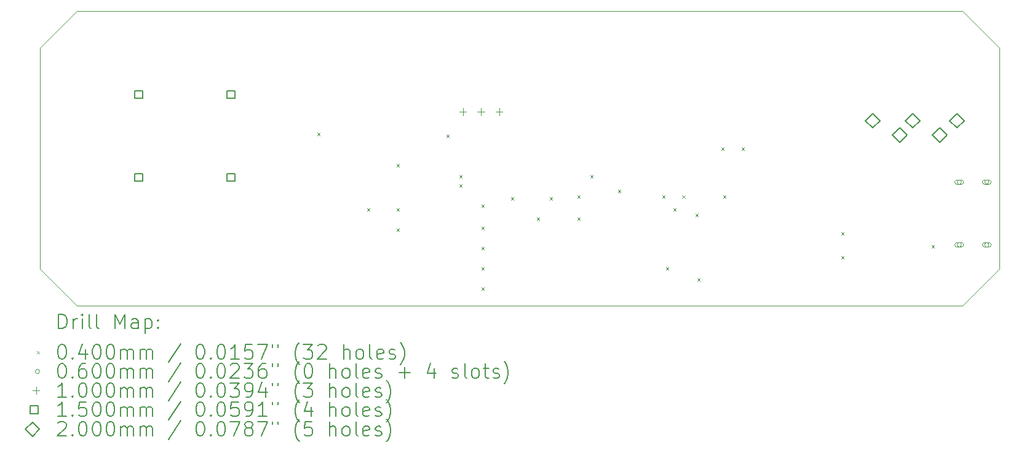
<source format=gbr>
%TF.GenerationSoftware,KiCad,Pcbnew,8.0.2*%
%TF.CreationDate,2024-08-20T22:37:47-04:00*%
%TF.ProjectId,plugnslay,706c7567-6e73-46c6-9179-2e6b69636164,rev?*%
%TF.SameCoordinates,Original*%
%TF.FileFunction,Drillmap*%
%TF.FilePolarity,Positive*%
%FSLAX45Y45*%
G04 Gerber Fmt 4.5, Leading zero omitted, Abs format (unit mm)*
G04 Created by KiCad (PCBNEW 8.0.2) date 2024-08-20 22:37:47*
%MOMM*%
%LPD*%
G01*
G04 APERTURE LIST*
%ADD10C,0.100000*%
%ADD11C,0.200000*%
%ADD12C,0.150000*%
G04 APERTURE END LIST*
D10*
X20066000Y-8382000D02*
X20574000Y-8890000D01*
X20574000Y-8890000D02*
X20574000Y-11938000D01*
X20574000Y-11938000D02*
X20066000Y-12446000D01*
X20066000Y-12446000D02*
X7874000Y-12446000D01*
X7874000Y-8382000D02*
X20066000Y-8382000D01*
X7874000Y-12446000D02*
X7366000Y-11938000D01*
X7366000Y-11938000D02*
X7366000Y-8890000D01*
X7366000Y-8890000D02*
X7874000Y-8382000D01*
D11*
D10*
X11181400Y-10063800D02*
X11221400Y-10103800D01*
X11221400Y-10063800D02*
X11181400Y-10103800D01*
X11867200Y-11105200D02*
X11907200Y-11145200D01*
X11907200Y-11105200D02*
X11867200Y-11145200D01*
X12273600Y-10495600D02*
X12313600Y-10535600D01*
X12313600Y-10495600D02*
X12273600Y-10535600D01*
X12273600Y-11105200D02*
X12313600Y-11145200D01*
X12313600Y-11105200D02*
X12273600Y-11145200D01*
X12273600Y-11384600D02*
X12313600Y-11424600D01*
X12313600Y-11384600D02*
X12273600Y-11424600D01*
X12959400Y-10089200D02*
X12999400Y-10129200D01*
X12999400Y-10089200D02*
X12959400Y-10129200D01*
X13137200Y-10648000D02*
X13177200Y-10688000D01*
X13177200Y-10648000D02*
X13137200Y-10688000D01*
X13137200Y-10775000D02*
X13177200Y-10815000D01*
X13177200Y-10775000D02*
X13137200Y-10815000D01*
X13442000Y-11054400D02*
X13482000Y-11094400D01*
X13482000Y-11054400D02*
X13442000Y-11094400D01*
X13442000Y-11359200D02*
X13482000Y-11399200D01*
X13482000Y-11359200D02*
X13442000Y-11399200D01*
X13442000Y-11638600D02*
X13482000Y-11678600D01*
X13482000Y-11638600D02*
X13442000Y-11678600D01*
X13442000Y-11918000D02*
X13482000Y-11958000D01*
X13482000Y-11918000D02*
X13442000Y-11958000D01*
X13442000Y-12197400D02*
X13482000Y-12237400D01*
X13482000Y-12197400D02*
X13442000Y-12237400D01*
X13848400Y-10952800D02*
X13888400Y-10992800D01*
X13888400Y-10952800D02*
X13848400Y-10992800D01*
X14204000Y-11232200D02*
X14244000Y-11272200D01*
X14244000Y-11232200D02*
X14204000Y-11272200D01*
X14381800Y-10952800D02*
X14421800Y-10992800D01*
X14421800Y-10952800D02*
X14381800Y-10992800D01*
X14762800Y-10927400D02*
X14802800Y-10967400D01*
X14802800Y-10927400D02*
X14762800Y-10967400D01*
X14762800Y-11232200D02*
X14802800Y-11272200D01*
X14802800Y-11232200D02*
X14762800Y-11272200D01*
X14940600Y-10648000D02*
X14980600Y-10688000D01*
X14980600Y-10648000D02*
X14940600Y-10688000D01*
X15321600Y-10851200D02*
X15361600Y-10891200D01*
X15361600Y-10851200D02*
X15321600Y-10891200D01*
X15931200Y-10927400D02*
X15971200Y-10967400D01*
X15971200Y-10927400D02*
X15931200Y-10967400D01*
X15982000Y-11918000D02*
X16022000Y-11958000D01*
X16022000Y-11918000D02*
X15982000Y-11958000D01*
X16083600Y-11105200D02*
X16123600Y-11145200D01*
X16123600Y-11105200D02*
X16083600Y-11145200D01*
X16208000Y-10927400D02*
X16248000Y-10967400D01*
X16248000Y-10927400D02*
X16208000Y-10967400D01*
X16388400Y-11181400D02*
X16428400Y-11221400D01*
X16428400Y-11181400D02*
X16388400Y-11221400D01*
X16413800Y-12070400D02*
X16453800Y-12110400D01*
X16453800Y-12070400D02*
X16413800Y-12110400D01*
X16742615Y-10262085D02*
X16782615Y-10302085D01*
X16782615Y-10262085D02*
X16742615Y-10302085D01*
X16769400Y-10927400D02*
X16809400Y-10967400D01*
X16809400Y-10927400D02*
X16769400Y-10967400D01*
X17023400Y-10264400D02*
X17063400Y-10304400D01*
X17063400Y-10264400D02*
X17023400Y-10304400D01*
X18395000Y-11435400D02*
X18435000Y-11475400D01*
X18435000Y-11435400D02*
X18395000Y-11475400D01*
X18395000Y-11765600D02*
X18435000Y-11805600D01*
X18435000Y-11765600D02*
X18395000Y-11805600D01*
X19639600Y-11613200D02*
X19679600Y-11653200D01*
X19679600Y-11613200D02*
X19639600Y-11653200D01*
X20050000Y-10744000D02*
G75*
G02*
X19990000Y-10744000I-30000J0D01*
G01*
X19990000Y-10744000D02*
G75*
G02*
X20050000Y-10744000I30000J0D01*
G01*
X19990000Y-10774000D02*
X20050000Y-10774000D01*
X20050000Y-10714000D02*
G75*
G02*
X20050000Y-10774000I0J-30000D01*
G01*
X20050000Y-10714000D02*
X19990000Y-10714000D01*
X19990000Y-10714000D02*
G75*
G03*
X19990000Y-10774000I0J-30000D01*
G01*
X20050000Y-11608000D02*
G75*
G02*
X19990000Y-11608000I-30000J0D01*
G01*
X19990000Y-11608000D02*
G75*
G02*
X20050000Y-11608000I30000J0D01*
G01*
X19990000Y-11638000D02*
X20050000Y-11638000D01*
X20050000Y-11578000D02*
G75*
G02*
X20050000Y-11638000I0J-30000D01*
G01*
X20050000Y-11578000D02*
X19990000Y-11578000D01*
X19990000Y-11578000D02*
G75*
G03*
X19990000Y-11638000I0J-30000D01*
G01*
X20430000Y-10744000D02*
G75*
G02*
X20370000Y-10744000I-30000J0D01*
G01*
X20370000Y-10744000D02*
G75*
G02*
X20430000Y-10744000I30000J0D01*
G01*
X20370000Y-10774000D02*
X20430000Y-10774000D01*
X20430000Y-10714000D02*
G75*
G02*
X20430000Y-10774000I0J-30000D01*
G01*
X20430000Y-10714000D02*
X20370000Y-10714000D01*
X20370000Y-10714000D02*
G75*
G03*
X20370000Y-10774000I0J-30000D01*
G01*
X20430000Y-11608000D02*
G75*
G02*
X20370000Y-11608000I-30000J0D01*
G01*
X20370000Y-11608000D02*
G75*
G02*
X20430000Y-11608000I30000J0D01*
G01*
X20370000Y-11638000D02*
X20430000Y-11638000D01*
X20430000Y-11578000D02*
G75*
G02*
X20430000Y-11638000I0J-30000D01*
G01*
X20430000Y-11578000D02*
X20370000Y-11578000D01*
X20370000Y-11578000D02*
G75*
G03*
X20370000Y-11638000I0J-30000D01*
G01*
X13186600Y-9724400D02*
X13186600Y-9824400D01*
X13136600Y-9774400D02*
X13236600Y-9774400D01*
X13436600Y-9724400D02*
X13436600Y-9824400D01*
X13386600Y-9774400D02*
X13486600Y-9774400D01*
X13686600Y-9724400D02*
X13686600Y-9824400D01*
X13636600Y-9774400D02*
X13736600Y-9774400D01*
D12*
X8775434Y-9587834D02*
X8775434Y-9481767D01*
X8669367Y-9481767D01*
X8669367Y-9587834D01*
X8775434Y-9587834D01*
X8775434Y-10730834D02*
X8775434Y-10624767D01*
X8669367Y-10624767D01*
X8669367Y-10730834D01*
X8775434Y-10730834D01*
X10045434Y-9587834D02*
X10045434Y-9481767D01*
X9939367Y-9481767D01*
X9939367Y-9587834D01*
X10045434Y-9587834D01*
X10045434Y-10730834D02*
X10045434Y-10624767D01*
X9939367Y-10624767D01*
X9939367Y-10730834D01*
X10045434Y-10730834D01*
D11*
X18829800Y-9996000D02*
X18929800Y-9896000D01*
X18829800Y-9796000D01*
X18729800Y-9896000D01*
X18829800Y-9996000D01*
X19199800Y-10196000D02*
X19299800Y-10096000D01*
X19199800Y-9996000D01*
X19099800Y-10096000D01*
X19199800Y-10196000D01*
X19379800Y-9996000D02*
X19479800Y-9896000D01*
X19379800Y-9796000D01*
X19279800Y-9896000D01*
X19379800Y-9996000D01*
X19749800Y-10196000D02*
X19849800Y-10096000D01*
X19749800Y-9996000D01*
X19649800Y-10096000D01*
X19749800Y-10196000D01*
X19989800Y-9996000D02*
X20089800Y-9896000D01*
X19989800Y-9796000D01*
X19889800Y-9896000D01*
X19989800Y-9996000D01*
X7621777Y-12762484D02*
X7621777Y-12562484D01*
X7621777Y-12562484D02*
X7669396Y-12562484D01*
X7669396Y-12562484D02*
X7697967Y-12572008D01*
X7697967Y-12572008D02*
X7717015Y-12591055D01*
X7717015Y-12591055D02*
X7726539Y-12610103D01*
X7726539Y-12610103D02*
X7736062Y-12648198D01*
X7736062Y-12648198D02*
X7736062Y-12676769D01*
X7736062Y-12676769D02*
X7726539Y-12714865D01*
X7726539Y-12714865D02*
X7717015Y-12733912D01*
X7717015Y-12733912D02*
X7697967Y-12752960D01*
X7697967Y-12752960D02*
X7669396Y-12762484D01*
X7669396Y-12762484D02*
X7621777Y-12762484D01*
X7821777Y-12762484D02*
X7821777Y-12629150D01*
X7821777Y-12667246D02*
X7831301Y-12648198D01*
X7831301Y-12648198D02*
X7840824Y-12638674D01*
X7840824Y-12638674D02*
X7859872Y-12629150D01*
X7859872Y-12629150D02*
X7878920Y-12629150D01*
X7945586Y-12762484D02*
X7945586Y-12629150D01*
X7945586Y-12562484D02*
X7936062Y-12572008D01*
X7936062Y-12572008D02*
X7945586Y-12581531D01*
X7945586Y-12581531D02*
X7955110Y-12572008D01*
X7955110Y-12572008D02*
X7945586Y-12562484D01*
X7945586Y-12562484D02*
X7945586Y-12581531D01*
X8069396Y-12762484D02*
X8050348Y-12752960D01*
X8050348Y-12752960D02*
X8040824Y-12733912D01*
X8040824Y-12733912D02*
X8040824Y-12562484D01*
X8174158Y-12762484D02*
X8155110Y-12752960D01*
X8155110Y-12752960D02*
X8145586Y-12733912D01*
X8145586Y-12733912D02*
X8145586Y-12562484D01*
X8402729Y-12762484D02*
X8402729Y-12562484D01*
X8402729Y-12562484D02*
X8469396Y-12705341D01*
X8469396Y-12705341D02*
X8536063Y-12562484D01*
X8536063Y-12562484D02*
X8536063Y-12762484D01*
X8717015Y-12762484D02*
X8717015Y-12657722D01*
X8717015Y-12657722D02*
X8707491Y-12638674D01*
X8707491Y-12638674D02*
X8688444Y-12629150D01*
X8688444Y-12629150D02*
X8650348Y-12629150D01*
X8650348Y-12629150D02*
X8631301Y-12638674D01*
X8717015Y-12752960D02*
X8697967Y-12762484D01*
X8697967Y-12762484D02*
X8650348Y-12762484D01*
X8650348Y-12762484D02*
X8631301Y-12752960D01*
X8631301Y-12752960D02*
X8621777Y-12733912D01*
X8621777Y-12733912D02*
X8621777Y-12714865D01*
X8621777Y-12714865D02*
X8631301Y-12695817D01*
X8631301Y-12695817D02*
X8650348Y-12686293D01*
X8650348Y-12686293D02*
X8697967Y-12686293D01*
X8697967Y-12686293D02*
X8717015Y-12676769D01*
X8812253Y-12629150D02*
X8812253Y-12829150D01*
X8812253Y-12638674D02*
X8831301Y-12629150D01*
X8831301Y-12629150D02*
X8869396Y-12629150D01*
X8869396Y-12629150D02*
X8888444Y-12638674D01*
X8888444Y-12638674D02*
X8897967Y-12648198D01*
X8897967Y-12648198D02*
X8907491Y-12667246D01*
X8907491Y-12667246D02*
X8907491Y-12724388D01*
X8907491Y-12724388D02*
X8897967Y-12743436D01*
X8897967Y-12743436D02*
X8888444Y-12752960D01*
X8888444Y-12752960D02*
X8869396Y-12762484D01*
X8869396Y-12762484D02*
X8831301Y-12762484D01*
X8831301Y-12762484D02*
X8812253Y-12752960D01*
X8993205Y-12743436D02*
X9002729Y-12752960D01*
X9002729Y-12752960D02*
X8993205Y-12762484D01*
X8993205Y-12762484D02*
X8983682Y-12752960D01*
X8983682Y-12752960D02*
X8993205Y-12743436D01*
X8993205Y-12743436D02*
X8993205Y-12762484D01*
X8993205Y-12638674D02*
X9002729Y-12648198D01*
X9002729Y-12648198D02*
X8993205Y-12657722D01*
X8993205Y-12657722D02*
X8983682Y-12648198D01*
X8983682Y-12648198D02*
X8993205Y-12638674D01*
X8993205Y-12638674D02*
X8993205Y-12657722D01*
D10*
X7321000Y-13071000D02*
X7361000Y-13111000D01*
X7361000Y-13071000D02*
X7321000Y-13111000D01*
D11*
X7659872Y-12982484D02*
X7678920Y-12982484D01*
X7678920Y-12982484D02*
X7697967Y-12992008D01*
X7697967Y-12992008D02*
X7707491Y-13001531D01*
X7707491Y-13001531D02*
X7717015Y-13020579D01*
X7717015Y-13020579D02*
X7726539Y-13058674D01*
X7726539Y-13058674D02*
X7726539Y-13106293D01*
X7726539Y-13106293D02*
X7717015Y-13144388D01*
X7717015Y-13144388D02*
X7707491Y-13163436D01*
X7707491Y-13163436D02*
X7697967Y-13172960D01*
X7697967Y-13172960D02*
X7678920Y-13182484D01*
X7678920Y-13182484D02*
X7659872Y-13182484D01*
X7659872Y-13182484D02*
X7640824Y-13172960D01*
X7640824Y-13172960D02*
X7631301Y-13163436D01*
X7631301Y-13163436D02*
X7621777Y-13144388D01*
X7621777Y-13144388D02*
X7612253Y-13106293D01*
X7612253Y-13106293D02*
X7612253Y-13058674D01*
X7612253Y-13058674D02*
X7621777Y-13020579D01*
X7621777Y-13020579D02*
X7631301Y-13001531D01*
X7631301Y-13001531D02*
X7640824Y-12992008D01*
X7640824Y-12992008D02*
X7659872Y-12982484D01*
X7812253Y-13163436D02*
X7821777Y-13172960D01*
X7821777Y-13172960D02*
X7812253Y-13182484D01*
X7812253Y-13182484D02*
X7802729Y-13172960D01*
X7802729Y-13172960D02*
X7812253Y-13163436D01*
X7812253Y-13163436D02*
X7812253Y-13182484D01*
X7993205Y-13049150D02*
X7993205Y-13182484D01*
X7945586Y-12972960D02*
X7897967Y-13115817D01*
X7897967Y-13115817D02*
X8021777Y-13115817D01*
X8136062Y-12982484D02*
X8155110Y-12982484D01*
X8155110Y-12982484D02*
X8174158Y-12992008D01*
X8174158Y-12992008D02*
X8183682Y-13001531D01*
X8183682Y-13001531D02*
X8193205Y-13020579D01*
X8193205Y-13020579D02*
X8202729Y-13058674D01*
X8202729Y-13058674D02*
X8202729Y-13106293D01*
X8202729Y-13106293D02*
X8193205Y-13144388D01*
X8193205Y-13144388D02*
X8183682Y-13163436D01*
X8183682Y-13163436D02*
X8174158Y-13172960D01*
X8174158Y-13172960D02*
X8155110Y-13182484D01*
X8155110Y-13182484D02*
X8136062Y-13182484D01*
X8136062Y-13182484D02*
X8117015Y-13172960D01*
X8117015Y-13172960D02*
X8107491Y-13163436D01*
X8107491Y-13163436D02*
X8097967Y-13144388D01*
X8097967Y-13144388D02*
X8088443Y-13106293D01*
X8088443Y-13106293D02*
X8088443Y-13058674D01*
X8088443Y-13058674D02*
X8097967Y-13020579D01*
X8097967Y-13020579D02*
X8107491Y-13001531D01*
X8107491Y-13001531D02*
X8117015Y-12992008D01*
X8117015Y-12992008D02*
X8136062Y-12982484D01*
X8326539Y-12982484D02*
X8345586Y-12982484D01*
X8345586Y-12982484D02*
X8364634Y-12992008D01*
X8364634Y-12992008D02*
X8374158Y-13001531D01*
X8374158Y-13001531D02*
X8383682Y-13020579D01*
X8383682Y-13020579D02*
X8393205Y-13058674D01*
X8393205Y-13058674D02*
X8393205Y-13106293D01*
X8393205Y-13106293D02*
X8383682Y-13144388D01*
X8383682Y-13144388D02*
X8374158Y-13163436D01*
X8374158Y-13163436D02*
X8364634Y-13172960D01*
X8364634Y-13172960D02*
X8345586Y-13182484D01*
X8345586Y-13182484D02*
X8326539Y-13182484D01*
X8326539Y-13182484D02*
X8307491Y-13172960D01*
X8307491Y-13172960D02*
X8297967Y-13163436D01*
X8297967Y-13163436D02*
X8288443Y-13144388D01*
X8288443Y-13144388D02*
X8278920Y-13106293D01*
X8278920Y-13106293D02*
X8278920Y-13058674D01*
X8278920Y-13058674D02*
X8288443Y-13020579D01*
X8288443Y-13020579D02*
X8297967Y-13001531D01*
X8297967Y-13001531D02*
X8307491Y-12992008D01*
X8307491Y-12992008D02*
X8326539Y-12982484D01*
X8478920Y-13182484D02*
X8478920Y-13049150D01*
X8478920Y-13068198D02*
X8488444Y-13058674D01*
X8488444Y-13058674D02*
X8507491Y-13049150D01*
X8507491Y-13049150D02*
X8536063Y-13049150D01*
X8536063Y-13049150D02*
X8555110Y-13058674D01*
X8555110Y-13058674D02*
X8564634Y-13077722D01*
X8564634Y-13077722D02*
X8564634Y-13182484D01*
X8564634Y-13077722D02*
X8574158Y-13058674D01*
X8574158Y-13058674D02*
X8593205Y-13049150D01*
X8593205Y-13049150D02*
X8621777Y-13049150D01*
X8621777Y-13049150D02*
X8640825Y-13058674D01*
X8640825Y-13058674D02*
X8650348Y-13077722D01*
X8650348Y-13077722D02*
X8650348Y-13182484D01*
X8745586Y-13182484D02*
X8745586Y-13049150D01*
X8745586Y-13068198D02*
X8755110Y-13058674D01*
X8755110Y-13058674D02*
X8774158Y-13049150D01*
X8774158Y-13049150D02*
X8802729Y-13049150D01*
X8802729Y-13049150D02*
X8821777Y-13058674D01*
X8821777Y-13058674D02*
X8831301Y-13077722D01*
X8831301Y-13077722D02*
X8831301Y-13182484D01*
X8831301Y-13077722D02*
X8840825Y-13058674D01*
X8840825Y-13058674D02*
X8859872Y-13049150D01*
X8859872Y-13049150D02*
X8888444Y-13049150D01*
X8888444Y-13049150D02*
X8907491Y-13058674D01*
X8907491Y-13058674D02*
X8917015Y-13077722D01*
X8917015Y-13077722D02*
X8917015Y-13182484D01*
X9307491Y-12972960D02*
X9136063Y-13230103D01*
X9564634Y-12982484D02*
X9583682Y-12982484D01*
X9583682Y-12982484D02*
X9602729Y-12992008D01*
X9602729Y-12992008D02*
X9612253Y-13001531D01*
X9612253Y-13001531D02*
X9621777Y-13020579D01*
X9621777Y-13020579D02*
X9631301Y-13058674D01*
X9631301Y-13058674D02*
X9631301Y-13106293D01*
X9631301Y-13106293D02*
X9621777Y-13144388D01*
X9621777Y-13144388D02*
X9612253Y-13163436D01*
X9612253Y-13163436D02*
X9602729Y-13172960D01*
X9602729Y-13172960D02*
X9583682Y-13182484D01*
X9583682Y-13182484D02*
X9564634Y-13182484D01*
X9564634Y-13182484D02*
X9545587Y-13172960D01*
X9545587Y-13172960D02*
X9536063Y-13163436D01*
X9536063Y-13163436D02*
X9526539Y-13144388D01*
X9526539Y-13144388D02*
X9517015Y-13106293D01*
X9517015Y-13106293D02*
X9517015Y-13058674D01*
X9517015Y-13058674D02*
X9526539Y-13020579D01*
X9526539Y-13020579D02*
X9536063Y-13001531D01*
X9536063Y-13001531D02*
X9545587Y-12992008D01*
X9545587Y-12992008D02*
X9564634Y-12982484D01*
X9717015Y-13163436D02*
X9726539Y-13172960D01*
X9726539Y-13172960D02*
X9717015Y-13182484D01*
X9717015Y-13182484D02*
X9707491Y-13172960D01*
X9707491Y-13172960D02*
X9717015Y-13163436D01*
X9717015Y-13163436D02*
X9717015Y-13182484D01*
X9850348Y-12982484D02*
X9869396Y-12982484D01*
X9869396Y-12982484D02*
X9888444Y-12992008D01*
X9888444Y-12992008D02*
X9897968Y-13001531D01*
X9897968Y-13001531D02*
X9907491Y-13020579D01*
X9907491Y-13020579D02*
X9917015Y-13058674D01*
X9917015Y-13058674D02*
X9917015Y-13106293D01*
X9917015Y-13106293D02*
X9907491Y-13144388D01*
X9907491Y-13144388D02*
X9897968Y-13163436D01*
X9897968Y-13163436D02*
X9888444Y-13172960D01*
X9888444Y-13172960D02*
X9869396Y-13182484D01*
X9869396Y-13182484D02*
X9850348Y-13182484D01*
X9850348Y-13182484D02*
X9831301Y-13172960D01*
X9831301Y-13172960D02*
X9821777Y-13163436D01*
X9821777Y-13163436D02*
X9812253Y-13144388D01*
X9812253Y-13144388D02*
X9802729Y-13106293D01*
X9802729Y-13106293D02*
X9802729Y-13058674D01*
X9802729Y-13058674D02*
X9812253Y-13020579D01*
X9812253Y-13020579D02*
X9821777Y-13001531D01*
X9821777Y-13001531D02*
X9831301Y-12992008D01*
X9831301Y-12992008D02*
X9850348Y-12982484D01*
X10107491Y-13182484D02*
X9993206Y-13182484D01*
X10050348Y-13182484D02*
X10050348Y-12982484D01*
X10050348Y-12982484D02*
X10031301Y-13011055D01*
X10031301Y-13011055D02*
X10012253Y-13030103D01*
X10012253Y-13030103D02*
X9993206Y-13039627D01*
X10288444Y-12982484D02*
X10193206Y-12982484D01*
X10193206Y-12982484D02*
X10183682Y-13077722D01*
X10183682Y-13077722D02*
X10193206Y-13068198D01*
X10193206Y-13068198D02*
X10212253Y-13058674D01*
X10212253Y-13058674D02*
X10259872Y-13058674D01*
X10259872Y-13058674D02*
X10278920Y-13068198D01*
X10278920Y-13068198D02*
X10288444Y-13077722D01*
X10288444Y-13077722D02*
X10297968Y-13096769D01*
X10297968Y-13096769D02*
X10297968Y-13144388D01*
X10297968Y-13144388D02*
X10288444Y-13163436D01*
X10288444Y-13163436D02*
X10278920Y-13172960D01*
X10278920Y-13172960D02*
X10259872Y-13182484D01*
X10259872Y-13182484D02*
X10212253Y-13182484D01*
X10212253Y-13182484D02*
X10193206Y-13172960D01*
X10193206Y-13172960D02*
X10183682Y-13163436D01*
X10364634Y-12982484D02*
X10497968Y-12982484D01*
X10497968Y-12982484D02*
X10412253Y-13182484D01*
X10564634Y-12982484D02*
X10564634Y-13020579D01*
X10640825Y-12982484D02*
X10640825Y-13020579D01*
X10936063Y-13258674D02*
X10926539Y-13249150D01*
X10926539Y-13249150D02*
X10907491Y-13220579D01*
X10907491Y-13220579D02*
X10897968Y-13201531D01*
X10897968Y-13201531D02*
X10888444Y-13172960D01*
X10888444Y-13172960D02*
X10878920Y-13125341D01*
X10878920Y-13125341D02*
X10878920Y-13087246D01*
X10878920Y-13087246D02*
X10888444Y-13039627D01*
X10888444Y-13039627D02*
X10897968Y-13011055D01*
X10897968Y-13011055D02*
X10907491Y-12992008D01*
X10907491Y-12992008D02*
X10926539Y-12963436D01*
X10926539Y-12963436D02*
X10936063Y-12953912D01*
X10993206Y-12982484D02*
X11117015Y-12982484D01*
X11117015Y-12982484D02*
X11050349Y-13058674D01*
X11050349Y-13058674D02*
X11078920Y-13058674D01*
X11078920Y-13058674D02*
X11097968Y-13068198D01*
X11097968Y-13068198D02*
X11107491Y-13077722D01*
X11107491Y-13077722D02*
X11117015Y-13096769D01*
X11117015Y-13096769D02*
X11117015Y-13144388D01*
X11117015Y-13144388D02*
X11107491Y-13163436D01*
X11107491Y-13163436D02*
X11097968Y-13172960D01*
X11097968Y-13172960D02*
X11078920Y-13182484D01*
X11078920Y-13182484D02*
X11021777Y-13182484D01*
X11021777Y-13182484D02*
X11002730Y-13172960D01*
X11002730Y-13172960D02*
X10993206Y-13163436D01*
X11193206Y-13001531D02*
X11202729Y-12992008D01*
X11202729Y-12992008D02*
X11221777Y-12982484D01*
X11221777Y-12982484D02*
X11269396Y-12982484D01*
X11269396Y-12982484D02*
X11288444Y-12992008D01*
X11288444Y-12992008D02*
X11297968Y-13001531D01*
X11297968Y-13001531D02*
X11307491Y-13020579D01*
X11307491Y-13020579D02*
X11307491Y-13039627D01*
X11307491Y-13039627D02*
X11297968Y-13068198D01*
X11297968Y-13068198D02*
X11183682Y-13182484D01*
X11183682Y-13182484D02*
X11307491Y-13182484D01*
X11545587Y-13182484D02*
X11545587Y-12982484D01*
X11631301Y-13182484D02*
X11631301Y-13077722D01*
X11631301Y-13077722D02*
X11621777Y-13058674D01*
X11621777Y-13058674D02*
X11602730Y-13049150D01*
X11602730Y-13049150D02*
X11574158Y-13049150D01*
X11574158Y-13049150D02*
X11555110Y-13058674D01*
X11555110Y-13058674D02*
X11545587Y-13068198D01*
X11755110Y-13182484D02*
X11736063Y-13172960D01*
X11736063Y-13172960D02*
X11726539Y-13163436D01*
X11726539Y-13163436D02*
X11717015Y-13144388D01*
X11717015Y-13144388D02*
X11717015Y-13087246D01*
X11717015Y-13087246D02*
X11726539Y-13068198D01*
X11726539Y-13068198D02*
X11736063Y-13058674D01*
X11736063Y-13058674D02*
X11755110Y-13049150D01*
X11755110Y-13049150D02*
X11783682Y-13049150D01*
X11783682Y-13049150D02*
X11802730Y-13058674D01*
X11802730Y-13058674D02*
X11812253Y-13068198D01*
X11812253Y-13068198D02*
X11821777Y-13087246D01*
X11821777Y-13087246D02*
X11821777Y-13144388D01*
X11821777Y-13144388D02*
X11812253Y-13163436D01*
X11812253Y-13163436D02*
X11802730Y-13172960D01*
X11802730Y-13172960D02*
X11783682Y-13182484D01*
X11783682Y-13182484D02*
X11755110Y-13182484D01*
X11936063Y-13182484D02*
X11917015Y-13172960D01*
X11917015Y-13172960D02*
X11907491Y-13153912D01*
X11907491Y-13153912D02*
X11907491Y-12982484D01*
X12088444Y-13172960D02*
X12069396Y-13182484D01*
X12069396Y-13182484D02*
X12031301Y-13182484D01*
X12031301Y-13182484D02*
X12012253Y-13172960D01*
X12012253Y-13172960D02*
X12002730Y-13153912D01*
X12002730Y-13153912D02*
X12002730Y-13077722D01*
X12002730Y-13077722D02*
X12012253Y-13058674D01*
X12012253Y-13058674D02*
X12031301Y-13049150D01*
X12031301Y-13049150D02*
X12069396Y-13049150D01*
X12069396Y-13049150D02*
X12088444Y-13058674D01*
X12088444Y-13058674D02*
X12097968Y-13077722D01*
X12097968Y-13077722D02*
X12097968Y-13096769D01*
X12097968Y-13096769D02*
X12002730Y-13115817D01*
X12174158Y-13172960D02*
X12193206Y-13182484D01*
X12193206Y-13182484D02*
X12231301Y-13182484D01*
X12231301Y-13182484D02*
X12250349Y-13172960D01*
X12250349Y-13172960D02*
X12259872Y-13153912D01*
X12259872Y-13153912D02*
X12259872Y-13144388D01*
X12259872Y-13144388D02*
X12250349Y-13125341D01*
X12250349Y-13125341D02*
X12231301Y-13115817D01*
X12231301Y-13115817D02*
X12202730Y-13115817D01*
X12202730Y-13115817D02*
X12183682Y-13106293D01*
X12183682Y-13106293D02*
X12174158Y-13087246D01*
X12174158Y-13087246D02*
X12174158Y-13077722D01*
X12174158Y-13077722D02*
X12183682Y-13058674D01*
X12183682Y-13058674D02*
X12202730Y-13049150D01*
X12202730Y-13049150D02*
X12231301Y-13049150D01*
X12231301Y-13049150D02*
X12250349Y-13058674D01*
X12326539Y-13258674D02*
X12336063Y-13249150D01*
X12336063Y-13249150D02*
X12355111Y-13220579D01*
X12355111Y-13220579D02*
X12364634Y-13201531D01*
X12364634Y-13201531D02*
X12374158Y-13172960D01*
X12374158Y-13172960D02*
X12383682Y-13125341D01*
X12383682Y-13125341D02*
X12383682Y-13087246D01*
X12383682Y-13087246D02*
X12374158Y-13039627D01*
X12374158Y-13039627D02*
X12364634Y-13011055D01*
X12364634Y-13011055D02*
X12355111Y-12992008D01*
X12355111Y-12992008D02*
X12336063Y-12963436D01*
X12336063Y-12963436D02*
X12326539Y-12953912D01*
D10*
X7361000Y-13355000D02*
G75*
G02*
X7301000Y-13355000I-30000J0D01*
G01*
X7301000Y-13355000D02*
G75*
G02*
X7361000Y-13355000I30000J0D01*
G01*
D11*
X7659872Y-13246484D02*
X7678920Y-13246484D01*
X7678920Y-13246484D02*
X7697967Y-13256008D01*
X7697967Y-13256008D02*
X7707491Y-13265531D01*
X7707491Y-13265531D02*
X7717015Y-13284579D01*
X7717015Y-13284579D02*
X7726539Y-13322674D01*
X7726539Y-13322674D02*
X7726539Y-13370293D01*
X7726539Y-13370293D02*
X7717015Y-13408388D01*
X7717015Y-13408388D02*
X7707491Y-13427436D01*
X7707491Y-13427436D02*
X7697967Y-13436960D01*
X7697967Y-13436960D02*
X7678920Y-13446484D01*
X7678920Y-13446484D02*
X7659872Y-13446484D01*
X7659872Y-13446484D02*
X7640824Y-13436960D01*
X7640824Y-13436960D02*
X7631301Y-13427436D01*
X7631301Y-13427436D02*
X7621777Y-13408388D01*
X7621777Y-13408388D02*
X7612253Y-13370293D01*
X7612253Y-13370293D02*
X7612253Y-13322674D01*
X7612253Y-13322674D02*
X7621777Y-13284579D01*
X7621777Y-13284579D02*
X7631301Y-13265531D01*
X7631301Y-13265531D02*
X7640824Y-13256008D01*
X7640824Y-13256008D02*
X7659872Y-13246484D01*
X7812253Y-13427436D02*
X7821777Y-13436960D01*
X7821777Y-13436960D02*
X7812253Y-13446484D01*
X7812253Y-13446484D02*
X7802729Y-13436960D01*
X7802729Y-13436960D02*
X7812253Y-13427436D01*
X7812253Y-13427436D02*
X7812253Y-13446484D01*
X7993205Y-13246484D02*
X7955110Y-13246484D01*
X7955110Y-13246484D02*
X7936062Y-13256008D01*
X7936062Y-13256008D02*
X7926539Y-13265531D01*
X7926539Y-13265531D02*
X7907491Y-13294103D01*
X7907491Y-13294103D02*
X7897967Y-13332198D01*
X7897967Y-13332198D02*
X7897967Y-13408388D01*
X7897967Y-13408388D02*
X7907491Y-13427436D01*
X7907491Y-13427436D02*
X7917015Y-13436960D01*
X7917015Y-13436960D02*
X7936062Y-13446484D01*
X7936062Y-13446484D02*
X7974158Y-13446484D01*
X7974158Y-13446484D02*
X7993205Y-13436960D01*
X7993205Y-13436960D02*
X8002729Y-13427436D01*
X8002729Y-13427436D02*
X8012253Y-13408388D01*
X8012253Y-13408388D02*
X8012253Y-13360769D01*
X8012253Y-13360769D02*
X8002729Y-13341722D01*
X8002729Y-13341722D02*
X7993205Y-13332198D01*
X7993205Y-13332198D02*
X7974158Y-13322674D01*
X7974158Y-13322674D02*
X7936062Y-13322674D01*
X7936062Y-13322674D02*
X7917015Y-13332198D01*
X7917015Y-13332198D02*
X7907491Y-13341722D01*
X7907491Y-13341722D02*
X7897967Y-13360769D01*
X8136062Y-13246484D02*
X8155110Y-13246484D01*
X8155110Y-13246484D02*
X8174158Y-13256008D01*
X8174158Y-13256008D02*
X8183682Y-13265531D01*
X8183682Y-13265531D02*
X8193205Y-13284579D01*
X8193205Y-13284579D02*
X8202729Y-13322674D01*
X8202729Y-13322674D02*
X8202729Y-13370293D01*
X8202729Y-13370293D02*
X8193205Y-13408388D01*
X8193205Y-13408388D02*
X8183682Y-13427436D01*
X8183682Y-13427436D02*
X8174158Y-13436960D01*
X8174158Y-13436960D02*
X8155110Y-13446484D01*
X8155110Y-13446484D02*
X8136062Y-13446484D01*
X8136062Y-13446484D02*
X8117015Y-13436960D01*
X8117015Y-13436960D02*
X8107491Y-13427436D01*
X8107491Y-13427436D02*
X8097967Y-13408388D01*
X8097967Y-13408388D02*
X8088443Y-13370293D01*
X8088443Y-13370293D02*
X8088443Y-13322674D01*
X8088443Y-13322674D02*
X8097967Y-13284579D01*
X8097967Y-13284579D02*
X8107491Y-13265531D01*
X8107491Y-13265531D02*
X8117015Y-13256008D01*
X8117015Y-13256008D02*
X8136062Y-13246484D01*
X8326539Y-13246484D02*
X8345586Y-13246484D01*
X8345586Y-13246484D02*
X8364634Y-13256008D01*
X8364634Y-13256008D02*
X8374158Y-13265531D01*
X8374158Y-13265531D02*
X8383682Y-13284579D01*
X8383682Y-13284579D02*
X8393205Y-13322674D01*
X8393205Y-13322674D02*
X8393205Y-13370293D01*
X8393205Y-13370293D02*
X8383682Y-13408388D01*
X8383682Y-13408388D02*
X8374158Y-13427436D01*
X8374158Y-13427436D02*
X8364634Y-13436960D01*
X8364634Y-13436960D02*
X8345586Y-13446484D01*
X8345586Y-13446484D02*
X8326539Y-13446484D01*
X8326539Y-13446484D02*
X8307491Y-13436960D01*
X8307491Y-13436960D02*
X8297967Y-13427436D01*
X8297967Y-13427436D02*
X8288443Y-13408388D01*
X8288443Y-13408388D02*
X8278920Y-13370293D01*
X8278920Y-13370293D02*
X8278920Y-13322674D01*
X8278920Y-13322674D02*
X8288443Y-13284579D01*
X8288443Y-13284579D02*
X8297967Y-13265531D01*
X8297967Y-13265531D02*
X8307491Y-13256008D01*
X8307491Y-13256008D02*
X8326539Y-13246484D01*
X8478920Y-13446484D02*
X8478920Y-13313150D01*
X8478920Y-13332198D02*
X8488444Y-13322674D01*
X8488444Y-13322674D02*
X8507491Y-13313150D01*
X8507491Y-13313150D02*
X8536063Y-13313150D01*
X8536063Y-13313150D02*
X8555110Y-13322674D01*
X8555110Y-13322674D02*
X8564634Y-13341722D01*
X8564634Y-13341722D02*
X8564634Y-13446484D01*
X8564634Y-13341722D02*
X8574158Y-13322674D01*
X8574158Y-13322674D02*
X8593205Y-13313150D01*
X8593205Y-13313150D02*
X8621777Y-13313150D01*
X8621777Y-13313150D02*
X8640825Y-13322674D01*
X8640825Y-13322674D02*
X8650348Y-13341722D01*
X8650348Y-13341722D02*
X8650348Y-13446484D01*
X8745586Y-13446484D02*
X8745586Y-13313150D01*
X8745586Y-13332198D02*
X8755110Y-13322674D01*
X8755110Y-13322674D02*
X8774158Y-13313150D01*
X8774158Y-13313150D02*
X8802729Y-13313150D01*
X8802729Y-13313150D02*
X8821777Y-13322674D01*
X8821777Y-13322674D02*
X8831301Y-13341722D01*
X8831301Y-13341722D02*
X8831301Y-13446484D01*
X8831301Y-13341722D02*
X8840825Y-13322674D01*
X8840825Y-13322674D02*
X8859872Y-13313150D01*
X8859872Y-13313150D02*
X8888444Y-13313150D01*
X8888444Y-13313150D02*
X8907491Y-13322674D01*
X8907491Y-13322674D02*
X8917015Y-13341722D01*
X8917015Y-13341722D02*
X8917015Y-13446484D01*
X9307491Y-13236960D02*
X9136063Y-13494103D01*
X9564634Y-13246484D02*
X9583682Y-13246484D01*
X9583682Y-13246484D02*
X9602729Y-13256008D01*
X9602729Y-13256008D02*
X9612253Y-13265531D01*
X9612253Y-13265531D02*
X9621777Y-13284579D01*
X9621777Y-13284579D02*
X9631301Y-13322674D01*
X9631301Y-13322674D02*
X9631301Y-13370293D01*
X9631301Y-13370293D02*
X9621777Y-13408388D01*
X9621777Y-13408388D02*
X9612253Y-13427436D01*
X9612253Y-13427436D02*
X9602729Y-13436960D01*
X9602729Y-13436960D02*
X9583682Y-13446484D01*
X9583682Y-13446484D02*
X9564634Y-13446484D01*
X9564634Y-13446484D02*
X9545587Y-13436960D01*
X9545587Y-13436960D02*
X9536063Y-13427436D01*
X9536063Y-13427436D02*
X9526539Y-13408388D01*
X9526539Y-13408388D02*
X9517015Y-13370293D01*
X9517015Y-13370293D02*
X9517015Y-13322674D01*
X9517015Y-13322674D02*
X9526539Y-13284579D01*
X9526539Y-13284579D02*
X9536063Y-13265531D01*
X9536063Y-13265531D02*
X9545587Y-13256008D01*
X9545587Y-13256008D02*
X9564634Y-13246484D01*
X9717015Y-13427436D02*
X9726539Y-13436960D01*
X9726539Y-13436960D02*
X9717015Y-13446484D01*
X9717015Y-13446484D02*
X9707491Y-13436960D01*
X9707491Y-13436960D02*
X9717015Y-13427436D01*
X9717015Y-13427436D02*
X9717015Y-13446484D01*
X9850348Y-13246484D02*
X9869396Y-13246484D01*
X9869396Y-13246484D02*
X9888444Y-13256008D01*
X9888444Y-13256008D02*
X9897968Y-13265531D01*
X9897968Y-13265531D02*
X9907491Y-13284579D01*
X9907491Y-13284579D02*
X9917015Y-13322674D01*
X9917015Y-13322674D02*
X9917015Y-13370293D01*
X9917015Y-13370293D02*
X9907491Y-13408388D01*
X9907491Y-13408388D02*
X9897968Y-13427436D01*
X9897968Y-13427436D02*
X9888444Y-13436960D01*
X9888444Y-13436960D02*
X9869396Y-13446484D01*
X9869396Y-13446484D02*
X9850348Y-13446484D01*
X9850348Y-13446484D02*
X9831301Y-13436960D01*
X9831301Y-13436960D02*
X9821777Y-13427436D01*
X9821777Y-13427436D02*
X9812253Y-13408388D01*
X9812253Y-13408388D02*
X9802729Y-13370293D01*
X9802729Y-13370293D02*
X9802729Y-13322674D01*
X9802729Y-13322674D02*
X9812253Y-13284579D01*
X9812253Y-13284579D02*
X9821777Y-13265531D01*
X9821777Y-13265531D02*
X9831301Y-13256008D01*
X9831301Y-13256008D02*
X9850348Y-13246484D01*
X9993206Y-13265531D02*
X10002729Y-13256008D01*
X10002729Y-13256008D02*
X10021777Y-13246484D01*
X10021777Y-13246484D02*
X10069396Y-13246484D01*
X10069396Y-13246484D02*
X10088444Y-13256008D01*
X10088444Y-13256008D02*
X10097968Y-13265531D01*
X10097968Y-13265531D02*
X10107491Y-13284579D01*
X10107491Y-13284579D02*
X10107491Y-13303627D01*
X10107491Y-13303627D02*
X10097968Y-13332198D01*
X10097968Y-13332198D02*
X9983682Y-13446484D01*
X9983682Y-13446484D02*
X10107491Y-13446484D01*
X10174158Y-13246484D02*
X10297968Y-13246484D01*
X10297968Y-13246484D02*
X10231301Y-13322674D01*
X10231301Y-13322674D02*
X10259872Y-13322674D01*
X10259872Y-13322674D02*
X10278920Y-13332198D01*
X10278920Y-13332198D02*
X10288444Y-13341722D01*
X10288444Y-13341722D02*
X10297968Y-13360769D01*
X10297968Y-13360769D02*
X10297968Y-13408388D01*
X10297968Y-13408388D02*
X10288444Y-13427436D01*
X10288444Y-13427436D02*
X10278920Y-13436960D01*
X10278920Y-13436960D02*
X10259872Y-13446484D01*
X10259872Y-13446484D02*
X10202729Y-13446484D01*
X10202729Y-13446484D02*
X10183682Y-13436960D01*
X10183682Y-13436960D02*
X10174158Y-13427436D01*
X10469396Y-13246484D02*
X10431301Y-13246484D01*
X10431301Y-13246484D02*
X10412253Y-13256008D01*
X10412253Y-13256008D02*
X10402729Y-13265531D01*
X10402729Y-13265531D02*
X10383682Y-13294103D01*
X10383682Y-13294103D02*
X10374158Y-13332198D01*
X10374158Y-13332198D02*
X10374158Y-13408388D01*
X10374158Y-13408388D02*
X10383682Y-13427436D01*
X10383682Y-13427436D02*
X10393206Y-13436960D01*
X10393206Y-13436960D02*
X10412253Y-13446484D01*
X10412253Y-13446484D02*
X10450349Y-13446484D01*
X10450349Y-13446484D02*
X10469396Y-13436960D01*
X10469396Y-13436960D02*
X10478920Y-13427436D01*
X10478920Y-13427436D02*
X10488444Y-13408388D01*
X10488444Y-13408388D02*
X10488444Y-13360769D01*
X10488444Y-13360769D02*
X10478920Y-13341722D01*
X10478920Y-13341722D02*
X10469396Y-13332198D01*
X10469396Y-13332198D02*
X10450349Y-13322674D01*
X10450349Y-13322674D02*
X10412253Y-13322674D01*
X10412253Y-13322674D02*
X10393206Y-13332198D01*
X10393206Y-13332198D02*
X10383682Y-13341722D01*
X10383682Y-13341722D02*
X10374158Y-13360769D01*
X10564634Y-13246484D02*
X10564634Y-13284579D01*
X10640825Y-13246484D02*
X10640825Y-13284579D01*
X10936063Y-13522674D02*
X10926539Y-13513150D01*
X10926539Y-13513150D02*
X10907491Y-13484579D01*
X10907491Y-13484579D02*
X10897968Y-13465531D01*
X10897968Y-13465531D02*
X10888444Y-13436960D01*
X10888444Y-13436960D02*
X10878920Y-13389341D01*
X10878920Y-13389341D02*
X10878920Y-13351246D01*
X10878920Y-13351246D02*
X10888444Y-13303627D01*
X10888444Y-13303627D02*
X10897968Y-13275055D01*
X10897968Y-13275055D02*
X10907491Y-13256008D01*
X10907491Y-13256008D02*
X10926539Y-13227436D01*
X10926539Y-13227436D02*
X10936063Y-13217912D01*
X11050349Y-13246484D02*
X11069396Y-13246484D01*
X11069396Y-13246484D02*
X11088444Y-13256008D01*
X11088444Y-13256008D02*
X11097968Y-13265531D01*
X11097968Y-13265531D02*
X11107491Y-13284579D01*
X11107491Y-13284579D02*
X11117015Y-13322674D01*
X11117015Y-13322674D02*
X11117015Y-13370293D01*
X11117015Y-13370293D02*
X11107491Y-13408388D01*
X11107491Y-13408388D02*
X11097968Y-13427436D01*
X11097968Y-13427436D02*
X11088444Y-13436960D01*
X11088444Y-13436960D02*
X11069396Y-13446484D01*
X11069396Y-13446484D02*
X11050349Y-13446484D01*
X11050349Y-13446484D02*
X11031301Y-13436960D01*
X11031301Y-13436960D02*
X11021777Y-13427436D01*
X11021777Y-13427436D02*
X11012253Y-13408388D01*
X11012253Y-13408388D02*
X11002730Y-13370293D01*
X11002730Y-13370293D02*
X11002730Y-13322674D01*
X11002730Y-13322674D02*
X11012253Y-13284579D01*
X11012253Y-13284579D02*
X11021777Y-13265531D01*
X11021777Y-13265531D02*
X11031301Y-13256008D01*
X11031301Y-13256008D02*
X11050349Y-13246484D01*
X11355110Y-13446484D02*
X11355110Y-13246484D01*
X11440825Y-13446484D02*
X11440825Y-13341722D01*
X11440825Y-13341722D02*
X11431301Y-13322674D01*
X11431301Y-13322674D02*
X11412253Y-13313150D01*
X11412253Y-13313150D02*
X11383682Y-13313150D01*
X11383682Y-13313150D02*
X11364634Y-13322674D01*
X11364634Y-13322674D02*
X11355110Y-13332198D01*
X11564634Y-13446484D02*
X11545587Y-13436960D01*
X11545587Y-13436960D02*
X11536063Y-13427436D01*
X11536063Y-13427436D02*
X11526539Y-13408388D01*
X11526539Y-13408388D02*
X11526539Y-13351246D01*
X11526539Y-13351246D02*
X11536063Y-13332198D01*
X11536063Y-13332198D02*
X11545587Y-13322674D01*
X11545587Y-13322674D02*
X11564634Y-13313150D01*
X11564634Y-13313150D02*
X11593206Y-13313150D01*
X11593206Y-13313150D02*
X11612253Y-13322674D01*
X11612253Y-13322674D02*
X11621777Y-13332198D01*
X11621777Y-13332198D02*
X11631301Y-13351246D01*
X11631301Y-13351246D02*
X11631301Y-13408388D01*
X11631301Y-13408388D02*
X11621777Y-13427436D01*
X11621777Y-13427436D02*
X11612253Y-13436960D01*
X11612253Y-13436960D02*
X11593206Y-13446484D01*
X11593206Y-13446484D02*
X11564634Y-13446484D01*
X11745587Y-13446484D02*
X11726539Y-13436960D01*
X11726539Y-13436960D02*
X11717015Y-13417912D01*
X11717015Y-13417912D02*
X11717015Y-13246484D01*
X11897968Y-13436960D02*
X11878920Y-13446484D01*
X11878920Y-13446484D02*
X11840825Y-13446484D01*
X11840825Y-13446484D02*
X11821777Y-13436960D01*
X11821777Y-13436960D02*
X11812253Y-13417912D01*
X11812253Y-13417912D02*
X11812253Y-13341722D01*
X11812253Y-13341722D02*
X11821777Y-13322674D01*
X11821777Y-13322674D02*
X11840825Y-13313150D01*
X11840825Y-13313150D02*
X11878920Y-13313150D01*
X11878920Y-13313150D02*
X11897968Y-13322674D01*
X11897968Y-13322674D02*
X11907491Y-13341722D01*
X11907491Y-13341722D02*
X11907491Y-13360769D01*
X11907491Y-13360769D02*
X11812253Y-13379817D01*
X11983682Y-13436960D02*
X12002730Y-13446484D01*
X12002730Y-13446484D02*
X12040825Y-13446484D01*
X12040825Y-13446484D02*
X12059872Y-13436960D01*
X12059872Y-13436960D02*
X12069396Y-13417912D01*
X12069396Y-13417912D02*
X12069396Y-13408388D01*
X12069396Y-13408388D02*
X12059872Y-13389341D01*
X12059872Y-13389341D02*
X12040825Y-13379817D01*
X12040825Y-13379817D02*
X12012253Y-13379817D01*
X12012253Y-13379817D02*
X11993206Y-13370293D01*
X11993206Y-13370293D02*
X11983682Y-13351246D01*
X11983682Y-13351246D02*
X11983682Y-13341722D01*
X11983682Y-13341722D02*
X11993206Y-13322674D01*
X11993206Y-13322674D02*
X12012253Y-13313150D01*
X12012253Y-13313150D02*
X12040825Y-13313150D01*
X12040825Y-13313150D02*
X12059872Y-13322674D01*
X12307492Y-13370293D02*
X12459873Y-13370293D01*
X12383682Y-13446484D02*
X12383682Y-13294103D01*
X12793206Y-13313150D02*
X12793206Y-13446484D01*
X12745587Y-13236960D02*
X12697968Y-13379817D01*
X12697968Y-13379817D02*
X12821777Y-13379817D01*
X13040825Y-13436960D02*
X13059873Y-13446484D01*
X13059873Y-13446484D02*
X13097968Y-13446484D01*
X13097968Y-13446484D02*
X13117015Y-13436960D01*
X13117015Y-13436960D02*
X13126539Y-13417912D01*
X13126539Y-13417912D02*
X13126539Y-13408388D01*
X13126539Y-13408388D02*
X13117015Y-13389341D01*
X13117015Y-13389341D02*
X13097968Y-13379817D01*
X13097968Y-13379817D02*
X13069396Y-13379817D01*
X13069396Y-13379817D02*
X13050349Y-13370293D01*
X13050349Y-13370293D02*
X13040825Y-13351246D01*
X13040825Y-13351246D02*
X13040825Y-13341722D01*
X13040825Y-13341722D02*
X13050349Y-13322674D01*
X13050349Y-13322674D02*
X13069396Y-13313150D01*
X13069396Y-13313150D02*
X13097968Y-13313150D01*
X13097968Y-13313150D02*
X13117015Y-13322674D01*
X13240825Y-13446484D02*
X13221777Y-13436960D01*
X13221777Y-13436960D02*
X13212254Y-13417912D01*
X13212254Y-13417912D02*
X13212254Y-13246484D01*
X13345587Y-13446484D02*
X13326539Y-13436960D01*
X13326539Y-13436960D02*
X13317015Y-13427436D01*
X13317015Y-13427436D02*
X13307492Y-13408388D01*
X13307492Y-13408388D02*
X13307492Y-13351246D01*
X13307492Y-13351246D02*
X13317015Y-13332198D01*
X13317015Y-13332198D02*
X13326539Y-13322674D01*
X13326539Y-13322674D02*
X13345587Y-13313150D01*
X13345587Y-13313150D02*
X13374158Y-13313150D01*
X13374158Y-13313150D02*
X13393206Y-13322674D01*
X13393206Y-13322674D02*
X13402730Y-13332198D01*
X13402730Y-13332198D02*
X13412254Y-13351246D01*
X13412254Y-13351246D02*
X13412254Y-13408388D01*
X13412254Y-13408388D02*
X13402730Y-13427436D01*
X13402730Y-13427436D02*
X13393206Y-13436960D01*
X13393206Y-13436960D02*
X13374158Y-13446484D01*
X13374158Y-13446484D02*
X13345587Y-13446484D01*
X13469396Y-13313150D02*
X13545587Y-13313150D01*
X13497968Y-13246484D02*
X13497968Y-13417912D01*
X13497968Y-13417912D02*
X13507492Y-13436960D01*
X13507492Y-13436960D02*
X13526539Y-13446484D01*
X13526539Y-13446484D02*
X13545587Y-13446484D01*
X13602730Y-13436960D02*
X13621777Y-13446484D01*
X13621777Y-13446484D02*
X13659873Y-13446484D01*
X13659873Y-13446484D02*
X13678920Y-13436960D01*
X13678920Y-13436960D02*
X13688444Y-13417912D01*
X13688444Y-13417912D02*
X13688444Y-13408388D01*
X13688444Y-13408388D02*
X13678920Y-13389341D01*
X13678920Y-13389341D02*
X13659873Y-13379817D01*
X13659873Y-13379817D02*
X13631301Y-13379817D01*
X13631301Y-13379817D02*
X13612254Y-13370293D01*
X13612254Y-13370293D02*
X13602730Y-13351246D01*
X13602730Y-13351246D02*
X13602730Y-13341722D01*
X13602730Y-13341722D02*
X13612254Y-13322674D01*
X13612254Y-13322674D02*
X13631301Y-13313150D01*
X13631301Y-13313150D02*
X13659873Y-13313150D01*
X13659873Y-13313150D02*
X13678920Y-13322674D01*
X13755111Y-13522674D02*
X13764635Y-13513150D01*
X13764635Y-13513150D02*
X13783682Y-13484579D01*
X13783682Y-13484579D02*
X13793206Y-13465531D01*
X13793206Y-13465531D02*
X13802730Y-13436960D01*
X13802730Y-13436960D02*
X13812254Y-13389341D01*
X13812254Y-13389341D02*
X13812254Y-13351246D01*
X13812254Y-13351246D02*
X13802730Y-13303627D01*
X13802730Y-13303627D02*
X13793206Y-13275055D01*
X13793206Y-13275055D02*
X13783682Y-13256008D01*
X13783682Y-13256008D02*
X13764635Y-13227436D01*
X13764635Y-13227436D02*
X13755111Y-13217912D01*
D10*
X7311000Y-13569000D02*
X7311000Y-13669000D01*
X7261000Y-13619000D02*
X7361000Y-13619000D01*
D11*
X7726539Y-13710484D02*
X7612253Y-13710484D01*
X7669396Y-13710484D02*
X7669396Y-13510484D01*
X7669396Y-13510484D02*
X7650348Y-13539055D01*
X7650348Y-13539055D02*
X7631301Y-13558103D01*
X7631301Y-13558103D02*
X7612253Y-13567627D01*
X7812253Y-13691436D02*
X7821777Y-13700960D01*
X7821777Y-13700960D02*
X7812253Y-13710484D01*
X7812253Y-13710484D02*
X7802729Y-13700960D01*
X7802729Y-13700960D02*
X7812253Y-13691436D01*
X7812253Y-13691436D02*
X7812253Y-13710484D01*
X7945586Y-13510484D02*
X7964634Y-13510484D01*
X7964634Y-13510484D02*
X7983682Y-13520008D01*
X7983682Y-13520008D02*
X7993205Y-13529531D01*
X7993205Y-13529531D02*
X8002729Y-13548579D01*
X8002729Y-13548579D02*
X8012253Y-13586674D01*
X8012253Y-13586674D02*
X8012253Y-13634293D01*
X8012253Y-13634293D02*
X8002729Y-13672388D01*
X8002729Y-13672388D02*
X7993205Y-13691436D01*
X7993205Y-13691436D02*
X7983682Y-13700960D01*
X7983682Y-13700960D02*
X7964634Y-13710484D01*
X7964634Y-13710484D02*
X7945586Y-13710484D01*
X7945586Y-13710484D02*
X7926539Y-13700960D01*
X7926539Y-13700960D02*
X7917015Y-13691436D01*
X7917015Y-13691436D02*
X7907491Y-13672388D01*
X7907491Y-13672388D02*
X7897967Y-13634293D01*
X7897967Y-13634293D02*
X7897967Y-13586674D01*
X7897967Y-13586674D02*
X7907491Y-13548579D01*
X7907491Y-13548579D02*
X7917015Y-13529531D01*
X7917015Y-13529531D02*
X7926539Y-13520008D01*
X7926539Y-13520008D02*
X7945586Y-13510484D01*
X8136062Y-13510484D02*
X8155110Y-13510484D01*
X8155110Y-13510484D02*
X8174158Y-13520008D01*
X8174158Y-13520008D02*
X8183682Y-13529531D01*
X8183682Y-13529531D02*
X8193205Y-13548579D01*
X8193205Y-13548579D02*
X8202729Y-13586674D01*
X8202729Y-13586674D02*
X8202729Y-13634293D01*
X8202729Y-13634293D02*
X8193205Y-13672388D01*
X8193205Y-13672388D02*
X8183682Y-13691436D01*
X8183682Y-13691436D02*
X8174158Y-13700960D01*
X8174158Y-13700960D02*
X8155110Y-13710484D01*
X8155110Y-13710484D02*
X8136062Y-13710484D01*
X8136062Y-13710484D02*
X8117015Y-13700960D01*
X8117015Y-13700960D02*
X8107491Y-13691436D01*
X8107491Y-13691436D02*
X8097967Y-13672388D01*
X8097967Y-13672388D02*
X8088443Y-13634293D01*
X8088443Y-13634293D02*
X8088443Y-13586674D01*
X8088443Y-13586674D02*
X8097967Y-13548579D01*
X8097967Y-13548579D02*
X8107491Y-13529531D01*
X8107491Y-13529531D02*
X8117015Y-13520008D01*
X8117015Y-13520008D02*
X8136062Y-13510484D01*
X8326539Y-13510484D02*
X8345586Y-13510484D01*
X8345586Y-13510484D02*
X8364634Y-13520008D01*
X8364634Y-13520008D02*
X8374158Y-13529531D01*
X8374158Y-13529531D02*
X8383682Y-13548579D01*
X8383682Y-13548579D02*
X8393205Y-13586674D01*
X8393205Y-13586674D02*
X8393205Y-13634293D01*
X8393205Y-13634293D02*
X8383682Y-13672388D01*
X8383682Y-13672388D02*
X8374158Y-13691436D01*
X8374158Y-13691436D02*
X8364634Y-13700960D01*
X8364634Y-13700960D02*
X8345586Y-13710484D01*
X8345586Y-13710484D02*
X8326539Y-13710484D01*
X8326539Y-13710484D02*
X8307491Y-13700960D01*
X8307491Y-13700960D02*
X8297967Y-13691436D01*
X8297967Y-13691436D02*
X8288443Y-13672388D01*
X8288443Y-13672388D02*
X8278920Y-13634293D01*
X8278920Y-13634293D02*
X8278920Y-13586674D01*
X8278920Y-13586674D02*
X8288443Y-13548579D01*
X8288443Y-13548579D02*
X8297967Y-13529531D01*
X8297967Y-13529531D02*
X8307491Y-13520008D01*
X8307491Y-13520008D02*
X8326539Y-13510484D01*
X8478920Y-13710484D02*
X8478920Y-13577150D01*
X8478920Y-13596198D02*
X8488444Y-13586674D01*
X8488444Y-13586674D02*
X8507491Y-13577150D01*
X8507491Y-13577150D02*
X8536063Y-13577150D01*
X8536063Y-13577150D02*
X8555110Y-13586674D01*
X8555110Y-13586674D02*
X8564634Y-13605722D01*
X8564634Y-13605722D02*
X8564634Y-13710484D01*
X8564634Y-13605722D02*
X8574158Y-13586674D01*
X8574158Y-13586674D02*
X8593205Y-13577150D01*
X8593205Y-13577150D02*
X8621777Y-13577150D01*
X8621777Y-13577150D02*
X8640825Y-13586674D01*
X8640825Y-13586674D02*
X8650348Y-13605722D01*
X8650348Y-13605722D02*
X8650348Y-13710484D01*
X8745586Y-13710484D02*
X8745586Y-13577150D01*
X8745586Y-13596198D02*
X8755110Y-13586674D01*
X8755110Y-13586674D02*
X8774158Y-13577150D01*
X8774158Y-13577150D02*
X8802729Y-13577150D01*
X8802729Y-13577150D02*
X8821777Y-13586674D01*
X8821777Y-13586674D02*
X8831301Y-13605722D01*
X8831301Y-13605722D02*
X8831301Y-13710484D01*
X8831301Y-13605722D02*
X8840825Y-13586674D01*
X8840825Y-13586674D02*
X8859872Y-13577150D01*
X8859872Y-13577150D02*
X8888444Y-13577150D01*
X8888444Y-13577150D02*
X8907491Y-13586674D01*
X8907491Y-13586674D02*
X8917015Y-13605722D01*
X8917015Y-13605722D02*
X8917015Y-13710484D01*
X9307491Y-13500960D02*
X9136063Y-13758103D01*
X9564634Y-13510484D02*
X9583682Y-13510484D01*
X9583682Y-13510484D02*
X9602729Y-13520008D01*
X9602729Y-13520008D02*
X9612253Y-13529531D01*
X9612253Y-13529531D02*
X9621777Y-13548579D01*
X9621777Y-13548579D02*
X9631301Y-13586674D01*
X9631301Y-13586674D02*
X9631301Y-13634293D01*
X9631301Y-13634293D02*
X9621777Y-13672388D01*
X9621777Y-13672388D02*
X9612253Y-13691436D01*
X9612253Y-13691436D02*
X9602729Y-13700960D01*
X9602729Y-13700960D02*
X9583682Y-13710484D01*
X9583682Y-13710484D02*
X9564634Y-13710484D01*
X9564634Y-13710484D02*
X9545587Y-13700960D01*
X9545587Y-13700960D02*
X9536063Y-13691436D01*
X9536063Y-13691436D02*
X9526539Y-13672388D01*
X9526539Y-13672388D02*
X9517015Y-13634293D01*
X9517015Y-13634293D02*
X9517015Y-13586674D01*
X9517015Y-13586674D02*
X9526539Y-13548579D01*
X9526539Y-13548579D02*
X9536063Y-13529531D01*
X9536063Y-13529531D02*
X9545587Y-13520008D01*
X9545587Y-13520008D02*
X9564634Y-13510484D01*
X9717015Y-13691436D02*
X9726539Y-13700960D01*
X9726539Y-13700960D02*
X9717015Y-13710484D01*
X9717015Y-13710484D02*
X9707491Y-13700960D01*
X9707491Y-13700960D02*
X9717015Y-13691436D01*
X9717015Y-13691436D02*
X9717015Y-13710484D01*
X9850348Y-13510484D02*
X9869396Y-13510484D01*
X9869396Y-13510484D02*
X9888444Y-13520008D01*
X9888444Y-13520008D02*
X9897968Y-13529531D01*
X9897968Y-13529531D02*
X9907491Y-13548579D01*
X9907491Y-13548579D02*
X9917015Y-13586674D01*
X9917015Y-13586674D02*
X9917015Y-13634293D01*
X9917015Y-13634293D02*
X9907491Y-13672388D01*
X9907491Y-13672388D02*
X9897968Y-13691436D01*
X9897968Y-13691436D02*
X9888444Y-13700960D01*
X9888444Y-13700960D02*
X9869396Y-13710484D01*
X9869396Y-13710484D02*
X9850348Y-13710484D01*
X9850348Y-13710484D02*
X9831301Y-13700960D01*
X9831301Y-13700960D02*
X9821777Y-13691436D01*
X9821777Y-13691436D02*
X9812253Y-13672388D01*
X9812253Y-13672388D02*
X9802729Y-13634293D01*
X9802729Y-13634293D02*
X9802729Y-13586674D01*
X9802729Y-13586674D02*
X9812253Y-13548579D01*
X9812253Y-13548579D02*
X9821777Y-13529531D01*
X9821777Y-13529531D02*
X9831301Y-13520008D01*
X9831301Y-13520008D02*
X9850348Y-13510484D01*
X9983682Y-13510484D02*
X10107491Y-13510484D01*
X10107491Y-13510484D02*
X10040825Y-13586674D01*
X10040825Y-13586674D02*
X10069396Y-13586674D01*
X10069396Y-13586674D02*
X10088444Y-13596198D01*
X10088444Y-13596198D02*
X10097968Y-13605722D01*
X10097968Y-13605722D02*
X10107491Y-13624769D01*
X10107491Y-13624769D02*
X10107491Y-13672388D01*
X10107491Y-13672388D02*
X10097968Y-13691436D01*
X10097968Y-13691436D02*
X10088444Y-13700960D01*
X10088444Y-13700960D02*
X10069396Y-13710484D01*
X10069396Y-13710484D02*
X10012253Y-13710484D01*
X10012253Y-13710484D02*
X9993206Y-13700960D01*
X9993206Y-13700960D02*
X9983682Y-13691436D01*
X10202729Y-13710484D02*
X10240825Y-13710484D01*
X10240825Y-13710484D02*
X10259872Y-13700960D01*
X10259872Y-13700960D02*
X10269396Y-13691436D01*
X10269396Y-13691436D02*
X10288444Y-13662865D01*
X10288444Y-13662865D02*
X10297968Y-13624769D01*
X10297968Y-13624769D02*
X10297968Y-13548579D01*
X10297968Y-13548579D02*
X10288444Y-13529531D01*
X10288444Y-13529531D02*
X10278920Y-13520008D01*
X10278920Y-13520008D02*
X10259872Y-13510484D01*
X10259872Y-13510484D02*
X10221777Y-13510484D01*
X10221777Y-13510484D02*
X10202729Y-13520008D01*
X10202729Y-13520008D02*
X10193206Y-13529531D01*
X10193206Y-13529531D02*
X10183682Y-13548579D01*
X10183682Y-13548579D02*
X10183682Y-13596198D01*
X10183682Y-13596198D02*
X10193206Y-13615246D01*
X10193206Y-13615246D02*
X10202729Y-13624769D01*
X10202729Y-13624769D02*
X10221777Y-13634293D01*
X10221777Y-13634293D02*
X10259872Y-13634293D01*
X10259872Y-13634293D02*
X10278920Y-13624769D01*
X10278920Y-13624769D02*
X10288444Y-13615246D01*
X10288444Y-13615246D02*
X10297968Y-13596198D01*
X10469396Y-13577150D02*
X10469396Y-13710484D01*
X10421777Y-13500960D02*
X10374158Y-13643817D01*
X10374158Y-13643817D02*
X10497968Y-13643817D01*
X10564634Y-13510484D02*
X10564634Y-13548579D01*
X10640825Y-13510484D02*
X10640825Y-13548579D01*
X10936063Y-13786674D02*
X10926539Y-13777150D01*
X10926539Y-13777150D02*
X10907491Y-13748579D01*
X10907491Y-13748579D02*
X10897968Y-13729531D01*
X10897968Y-13729531D02*
X10888444Y-13700960D01*
X10888444Y-13700960D02*
X10878920Y-13653341D01*
X10878920Y-13653341D02*
X10878920Y-13615246D01*
X10878920Y-13615246D02*
X10888444Y-13567627D01*
X10888444Y-13567627D02*
X10897968Y-13539055D01*
X10897968Y-13539055D02*
X10907491Y-13520008D01*
X10907491Y-13520008D02*
X10926539Y-13491436D01*
X10926539Y-13491436D02*
X10936063Y-13481912D01*
X10993206Y-13510484D02*
X11117015Y-13510484D01*
X11117015Y-13510484D02*
X11050349Y-13586674D01*
X11050349Y-13586674D02*
X11078920Y-13586674D01*
X11078920Y-13586674D02*
X11097968Y-13596198D01*
X11097968Y-13596198D02*
X11107491Y-13605722D01*
X11107491Y-13605722D02*
X11117015Y-13624769D01*
X11117015Y-13624769D02*
X11117015Y-13672388D01*
X11117015Y-13672388D02*
X11107491Y-13691436D01*
X11107491Y-13691436D02*
X11097968Y-13700960D01*
X11097968Y-13700960D02*
X11078920Y-13710484D01*
X11078920Y-13710484D02*
X11021777Y-13710484D01*
X11021777Y-13710484D02*
X11002730Y-13700960D01*
X11002730Y-13700960D02*
X10993206Y-13691436D01*
X11355110Y-13710484D02*
X11355110Y-13510484D01*
X11440825Y-13710484D02*
X11440825Y-13605722D01*
X11440825Y-13605722D02*
X11431301Y-13586674D01*
X11431301Y-13586674D02*
X11412253Y-13577150D01*
X11412253Y-13577150D02*
X11383682Y-13577150D01*
X11383682Y-13577150D02*
X11364634Y-13586674D01*
X11364634Y-13586674D02*
X11355110Y-13596198D01*
X11564634Y-13710484D02*
X11545587Y-13700960D01*
X11545587Y-13700960D02*
X11536063Y-13691436D01*
X11536063Y-13691436D02*
X11526539Y-13672388D01*
X11526539Y-13672388D02*
X11526539Y-13615246D01*
X11526539Y-13615246D02*
X11536063Y-13596198D01*
X11536063Y-13596198D02*
X11545587Y-13586674D01*
X11545587Y-13586674D02*
X11564634Y-13577150D01*
X11564634Y-13577150D02*
X11593206Y-13577150D01*
X11593206Y-13577150D02*
X11612253Y-13586674D01*
X11612253Y-13586674D02*
X11621777Y-13596198D01*
X11621777Y-13596198D02*
X11631301Y-13615246D01*
X11631301Y-13615246D02*
X11631301Y-13672388D01*
X11631301Y-13672388D02*
X11621777Y-13691436D01*
X11621777Y-13691436D02*
X11612253Y-13700960D01*
X11612253Y-13700960D02*
X11593206Y-13710484D01*
X11593206Y-13710484D02*
X11564634Y-13710484D01*
X11745587Y-13710484D02*
X11726539Y-13700960D01*
X11726539Y-13700960D02*
X11717015Y-13681912D01*
X11717015Y-13681912D02*
X11717015Y-13510484D01*
X11897968Y-13700960D02*
X11878920Y-13710484D01*
X11878920Y-13710484D02*
X11840825Y-13710484D01*
X11840825Y-13710484D02*
X11821777Y-13700960D01*
X11821777Y-13700960D02*
X11812253Y-13681912D01*
X11812253Y-13681912D02*
X11812253Y-13605722D01*
X11812253Y-13605722D02*
X11821777Y-13586674D01*
X11821777Y-13586674D02*
X11840825Y-13577150D01*
X11840825Y-13577150D02*
X11878920Y-13577150D01*
X11878920Y-13577150D02*
X11897968Y-13586674D01*
X11897968Y-13586674D02*
X11907491Y-13605722D01*
X11907491Y-13605722D02*
X11907491Y-13624769D01*
X11907491Y-13624769D02*
X11812253Y-13643817D01*
X11983682Y-13700960D02*
X12002730Y-13710484D01*
X12002730Y-13710484D02*
X12040825Y-13710484D01*
X12040825Y-13710484D02*
X12059872Y-13700960D01*
X12059872Y-13700960D02*
X12069396Y-13681912D01*
X12069396Y-13681912D02*
X12069396Y-13672388D01*
X12069396Y-13672388D02*
X12059872Y-13653341D01*
X12059872Y-13653341D02*
X12040825Y-13643817D01*
X12040825Y-13643817D02*
X12012253Y-13643817D01*
X12012253Y-13643817D02*
X11993206Y-13634293D01*
X11993206Y-13634293D02*
X11983682Y-13615246D01*
X11983682Y-13615246D02*
X11983682Y-13605722D01*
X11983682Y-13605722D02*
X11993206Y-13586674D01*
X11993206Y-13586674D02*
X12012253Y-13577150D01*
X12012253Y-13577150D02*
X12040825Y-13577150D01*
X12040825Y-13577150D02*
X12059872Y-13586674D01*
X12136063Y-13786674D02*
X12145587Y-13777150D01*
X12145587Y-13777150D02*
X12164634Y-13748579D01*
X12164634Y-13748579D02*
X12174158Y-13729531D01*
X12174158Y-13729531D02*
X12183682Y-13700960D01*
X12183682Y-13700960D02*
X12193206Y-13653341D01*
X12193206Y-13653341D02*
X12193206Y-13615246D01*
X12193206Y-13615246D02*
X12183682Y-13567627D01*
X12183682Y-13567627D02*
X12174158Y-13539055D01*
X12174158Y-13539055D02*
X12164634Y-13520008D01*
X12164634Y-13520008D02*
X12145587Y-13491436D01*
X12145587Y-13491436D02*
X12136063Y-13481912D01*
D12*
X7339033Y-13936033D02*
X7339033Y-13829966D01*
X7232966Y-13829966D01*
X7232966Y-13936033D01*
X7339033Y-13936033D01*
D11*
X7726539Y-13974484D02*
X7612253Y-13974484D01*
X7669396Y-13974484D02*
X7669396Y-13774484D01*
X7669396Y-13774484D02*
X7650348Y-13803055D01*
X7650348Y-13803055D02*
X7631301Y-13822103D01*
X7631301Y-13822103D02*
X7612253Y-13831627D01*
X7812253Y-13955436D02*
X7821777Y-13964960D01*
X7821777Y-13964960D02*
X7812253Y-13974484D01*
X7812253Y-13974484D02*
X7802729Y-13964960D01*
X7802729Y-13964960D02*
X7812253Y-13955436D01*
X7812253Y-13955436D02*
X7812253Y-13974484D01*
X8002729Y-13774484D02*
X7907491Y-13774484D01*
X7907491Y-13774484D02*
X7897967Y-13869722D01*
X7897967Y-13869722D02*
X7907491Y-13860198D01*
X7907491Y-13860198D02*
X7926539Y-13850674D01*
X7926539Y-13850674D02*
X7974158Y-13850674D01*
X7974158Y-13850674D02*
X7993205Y-13860198D01*
X7993205Y-13860198D02*
X8002729Y-13869722D01*
X8002729Y-13869722D02*
X8012253Y-13888769D01*
X8012253Y-13888769D02*
X8012253Y-13936388D01*
X8012253Y-13936388D02*
X8002729Y-13955436D01*
X8002729Y-13955436D02*
X7993205Y-13964960D01*
X7993205Y-13964960D02*
X7974158Y-13974484D01*
X7974158Y-13974484D02*
X7926539Y-13974484D01*
X7926539Y-13974484D02*
X7907491Y-13964960D01*
X7907491Y-13964960D02*
X7897967Y-13955436D01*
X8136062Y-13774484D02*
X8155110Y-13774484D01*
X8155110Y-13774484D02*
X8174158Y-13784008D01*
X8174158Y-13784008D02*
X8183682Y-13793531D01*
X8183682Y-13793531D02*
X8193205Y-13812579D01*
X8193205Y-13812579D02*
X8202729Y-13850674D01*
X8202729Y-13850674D02*
X8202729Y-13898293D01*
X8202729Y-13898293D02*
X8193205Y-13936388D01*
X8193205Y-13936388D02*
X8183682Y-13955436D01*
X8183682Y-13955436D02*
X8174158Y-13964960D01*
X8174158Y-13964960D02*
X8155110Y-13974484D01*
X8155110Y-13974484D02*
X8136062Y-13974484D01*
X8136062Y-13974484D02*
X8117015Y-13964960D01*
X8117015Y-13964960D02*
X8107491Y-13955436D01*
X8107491Y-13955436D02*
X8097967Y-13936388D01*
X8097967Y-13936388D02*
X8088443Y-13898293D01*
X8088443Y-13898293D02*
X8088443Y-13850674D01*
X8088443Y-13850674D02*
X8097967Y-13812579D01*
X8097967Y-13812579D02*
X8107491Y-13793531D01*
X8107491Y-13793531D02*
X8117015Y-13784008D01*
X8117015Y-13784008D02*
X8136062Y-13774484D01*
X8326539Y-13774484D02*
X8345586Y-13774484D01*
X8345586Y-13774484D02*
X8364634Y-13784008D01*
X8364634Y-13784008D02*
X8374158Y-13793531D01*
X8374158Y-13793531D02*
X8383682Y-13812579D01*
X8383682Y-13812579D02*
X8393205Y-13850674D01*
X8393205Y-13850674D02*
X8393205Y-13898293D01*
X8393205Y-13898293D02*
X8383682Y-13936388D01*
X8383682Y-13936388D02*
X8374158Y-13955436D01*
X8374158Y-13955436D02*
X8364634Y-13964960D01*
X8364634Y-13964960D02*
X8345586Y-13974484D01*
X8345586Y-13974484D02*
X8326539Y-13974484D01*
X8326539Y-13974484D02*
X8307491Y-13964960D01*
X8307491Y-13964960D02*
X8297967Y-13955436D01*
X8297967Y-13955436D02*
X8288443Y-13936388D01*
X8288443Y-13936388D02*
X8278920Y-13898293D01*
X8278920Y-13898293D02*
X8278920Y-13850674D01*
X8278920Y-13850674D02*
X8288443Y-13812579D01*
X8288443Y-13812579D02*
X8297967Y-13793531D01*
X8297967Y-13793531D02*
X8307491Y-13784008D01*
X8307491Y-13784008D02*
X8326539Y-13774484D01*
X8478920Y-13974484D02*
X8478920Y-13841150D01*
X8478920Y-13860198D02*
X8488444Y-13850674D01*
X8488444Y-13850674D02*
X8507491Y-13841150D01*
X8507491Y-13841150D02*
X8536063Y-13841150D01*
X8536063Y-13841150D02*
X8555110Y-13850674D01*
X8555110Y-13850674D02*
X8564634Y-13869722D01*
X8564634Y-13869722D02*
X8564634Y-13974484D01*
X8564634Y-13869722D02*
X8574158Y-13850674D01*
X8574158Y-13850674D02*
X8593205Y-13841150D01*
X8593205Y-13841150D02*
X8621777Y-13841150D01*
X8621777Y-13841150D02*
X8640825Y-13850674D01*
X8640825Y-13850674D02*
X8650348Y-13869722D01*
X8650348Y-13869722D02*
X8650348Y-13974484D01*
X8745586Y-13974484D02*
X8745586Y-13841150D01*
X8745586Y-13860198D02*
X8755110Y-13850674D01*
X8755110Y-13850674D02*
X8774158Y-13841150D01*
X8774158Y-13841150D02*
X8802729Y-13841150D01*
X8802729Y-13841150D02*
X8821777Y-13850674D01*
X8821777Y-13850674D02*
X8831301Y-13869722D01*
X8831301Y-13869722D02*
X8831301Y-13974484D01*
X8831301Y-13869722D02*
X8840825Y-13850674D01*
X8840825Y-13850674D02*
X8859872Y-13841150D01*
X8859872Y-13841150D02*
X8888444Y-13841150D01*
X8888444Y-13841150D02*
X8907491Y-13850674D01*
X8907491Y-13850674D02*
X8917015Y-13869722D01*
X8917015Y-13869722D02*
X8917015Y-13974484D01*
X9307491Y-13764960D02*
X9136063Y-14022103D01*
X9564634Y-13774484D02*
X9583682Y-13774484D01*
X9583682Y-13774484D02*
X9602729Y-13784008D01*
X9602729Y-13784008D02*
X9612253Y-13793531D01*
X9612253Y-13793531D02*
X9621777Y-13812579D01*
X9621777Y-13812579D02*
X9631301Y-13850674D01*
X9631301Y-13850674D02*
X9631301Y-13898293D01*
X9631301Y-13898293D02*
X9621777Y-13936388D01*
X9621777Y-13936388D02*
X9612253Y-13955436D01*
X9612253Y-13955436D02*
X9602729Y-13964960D01*
X9602729Y-13964960D02*
X9583682Y-13974484D01*
X9583682Y-13974484D02*
X9564634Y-13974484D01*
X9564634Y-13974484D02*
X9545587Y-13964960D01*
X9545587Y-13964960D02*
X9536063Y-13955436D01*
X9536063Y-13955436D02*
X9526539Y-13936388D01*
X9526539Y-13936388D02*
X9517015Y-13898293D01*
X9517015Y-13898293D02*
X9517015Y-13850674D01*
X9517015Y-13850674D02*
X9526539Y-13812579D01*
X9526539Y-13812579D02*
X9536063Y-13793531D01*
X9536063Y-13793531D02*
X9545587Y-13784008D01*
X9545587Y-13784008D02*
X9564634Y-13774484D01*
X9717015Y-13955436D02*
X9726539Y-13964960D01*
X9726539Y-13964960D02*
X9717015Y-13974484D01*
X9717015Y-13974484D02*
X9707491Y-13964960D01*
X9707491Y-13964960D02*
X9717015Y-13955436D01*
X9717015Y-13955436D02*
X9717015Y-13974484D01*
X9850348Y-13774484D02*
X9869396Y-13774484D01*
X9869396Y-13774484D02*
X9888444Y-13784008D01*
X9888444Y-13784008D02*
X9897968Y-13793531D01*
X9897968Y-13793531D02*
X9907491Y-13812579D01*
X9907491Y-13812579D02*
X9917015Y-13850674D01*
X9917015Y-13850674D02*
X9917015Y-13898293D01*
X9917015Y-13898293D02*
X9907491Y-13936388D01*
X9907491Y-13936388D02*
X9897968Y-13955436D01*
X9897968Y-13955436D02*
X9888444Y-13964960D01*
X9888444Y-13964960D02*
X9869396Y-13974484D01*
X9869396Y-13974484D02*
X9850348Y-13974484D01*
X9850348Y-13974484D02*
X9831301Y-13964960D01*
X9831301Y-13964960D02*
X9821777Y-13955436D01*
X9821777Y-13955436D02*
X9812253Y-13936388D01*
X9812253Y-13936388D02*
X9802729Y-13898293D01*
X9802729Y-13898293D02*
X9802729Y-13850674D01*
X9802729Y-13850674D02*
X9812253Y-13812579D01*
X9812253Y-13812579D02*
X9821777Y-13793531D01*
X9821777Y-13793531D02*
X9831301Y-13784008D01*
X9831301Y-13784008D02*
X9850348Y-13774484D01*
X10097968Y-13774484D02*
X10002729Y-13774484D01*
X10002729Y-13774484D02*
X9993206Y-13869722D01*
X9993206Y-13869722D02*
X10002729Y-13860198D01*
X10002729Y-13860198D02*
X10021777Y-13850674D01*
X10021777Y-13850674D02*
X10069396Y-13850674D01*
X10069396Y-13850674D02*
X10088444Y-13860198D01*
X10088444Y-13860198D02*
X10097968Y-13869722D01*
X10097968Y-13869722D02*
X10107491Y-13888769D01*
X10107491Y-13888769D02*
X10107491Y-13936388D01*
X10107491Y-13936388D02*
X10097968Y-13955436D01*
X10097968Y-13955436D02*
X10088444Y-13964960D01*
X10088444Y-13964960D02*
X10069396Y-13974484D01*
X10069396Y-13974484D02*
X10021777Y-13974484D01*
X10021777Y-13974484D02*
X10002729Y-13964960D01*
X10002729Y-13964960D02*
X9993206Y-13955436D01*
X10202729Y-13974484D02*
X10240825Y-13974484D01*
X10240825Y-13974484D02*
X10259872Y-13964960D01*
X10259872Y-13964960D02*
X10269396Y-13955436D01*
X10269396Y-13955436D02*
X10288444Y-13926865D01*
X10288444Y-13926865D02*
X10297968Y-13888769D01*
X10297968Y-13888769D02*
X10297968Y-13812579D01*
X10297968Y-13812579D02*
X10288444Y-13793531D01*
X10288444Y-13793531D02*
X10278920Y-13784008D01*
X10278920Y-13784008D02*
X10259872Y-13774484D01*
X10259872Y-13774484D02*
X10221777Y-13774484D01*
X10221777Y-13774484D02*
X10202729Y-13784008D01*
X10202729Y-13784008D02*
X10193206Y-13793531D01*
X10193206Y-13793531D02*
X10183682Y-13812579D01*
X10183682Y-13812579D02*
X10183682Y-13860198D01*
X10183682Y-13860198D02*
X10193206Y-13879246D01*
X10193206Y-13879246D02*
X10202729Y-13888769D01*
X10202729Y-13888769D02*
X10221777Y-13898293D01*
X10221777Y-13898293D02*
X10259872Y-13898293D01*
X10259872Y-13898293D02*
X10278920Y-13888769D01*
X10278920Y-13888769D02*
X10288444Y-13879246D01*
X10288444Y-13879246D02*
X10297968Y-13860198D01*
X10488444Y-13974484D02*
X10374158Y-13974484D01*
X10431301Y-13974484D02*
X10431301Y-13774484D01*
X10431301Y-13774484D02*
X10412253Y-13803055D01*
X10412253Y-13803055D02*
X10393206Y-13822103D01*
X10393206Y-13822103D02*
X10374158Y-13831627D01*
X10564634Y-13774484D02*
X10564634Y-13812579D01*
X10640825Y-13774484D02*
X10640825Y-13812579D01*
X10936063Y-14050674D02*
X10926539Y-14041150D01*
X10926539Y-14041150D02*
X10907491Y-14012579D01*
X10907491Y-14012579D02*
X10897968Y-13993531D01*
X10897968Y-13993531D02*
X10888444Y-13964960D01*
X10888444Y-13964960D02*
X10878920Y-13917341D01*
X10878920Y-13917341D02*
X10878920Y-13879246D01*
X10878920Y-13879246D02*
X10888444Y-13831627D01*
X10888444Y-13831627D02*
X10897968Y-13803055D01*
X10897968Y-13803055D02*
X10907491Y-13784008D01*
X10907491Y-13784008D02*
X10926539Y-13755436D01*
X10926539Y-13755436D02*
X10936063Y-13745912D01*
X11097968Y-13841150D02*
X11097968Y-13974484D01*
X11050349Y-13764960D02*
X11002730Y-13907817D01*
X11002730Y-13907817D02*
X11126539Y-13907817D01*
X11355110Y-13974484D02*
X11355110Y-13774484D01*
X11440825Y-13974484D02*
X11440825Y-13869722D01*
X11440825Y-13869722D02*
X11431301Y-13850674D01*
X11431301Y-13850674D02*
X11412253Y-13841150D01*
X11412253Y-13841150D02*
X11383682Y-13841150D01*
X11383682Y-13841150D02*
X11364634Y-13850674D01*
X11364634Y-13850674D02*
X11355110Y-13860198D01*
X11564634Y-13974484D02*
X11545587Y-13964960D01*
X11545587Y-13964960D02*
X11536063Y-13955436D01*
X11536063Y-13955436D02*
X11526539Y-13936388D01*
X11526539Y-13936388D02*
X11526539Y-13879246D01*
X11526539Y-13879246D02*
X11536063Y-13860198D01*
X11536063Y-13860198D02*
X11545587Y-13850674D01*
X11545587Y-13850674D02*
X11564634Y-13841150D01*
X11564634Y-13841150D02*
X11593206Y-13841150D01*
X11593206Y-13841150D02*
X11612253Y-13850674D01*
X11612253Y-13850674D02*
X11621777Y-13860198D01*
X11621777Y-13860198D02*
X11631301Y-13879246D01*
X11631301Y-13879246D02*
X11631301Y-13936388D01*
X11631301Y-13936388D02*
X11621777Y-13955436D01*
X11621777Y-13955436D02*
X11612253Y-13964960D01*
X11612253Y-13964960D02*
X11593206Y-13974484D01*
X11593206Y-13974484D02*
X11564634Y-13974484D01*
X11745587Y-13974484D02*
X11726539Y-13964960D01*
X11726539Y-13964960D02*
X11717015Y-13945912D01*
X11717015Y-13945912D02*
X11717015Y-13774484D01*
X11897968Y-13964960D02*
X11878920Y-13974484D01*
X11878920Y-13974484D02*
X11840825Y-13974484D01*
X11840825Y-13974484D02*
X11821777Y-13964960D01*
X11821777Y-13964960D02*
X11812253Y-13945912D01*
X11812253Y-13945912D02*
X11812253Y-13869722D01*
X11812253Y-13869722D02*
X11821777Y-13850674D01*
X11821777Y-13850674D02*
X11840825Y-13841150D01*
X11840825Y-13841150D02*
X11878920Y-13841150D01*
X11878920Y-13841150D02*
X11897968Y-13850674D01*
X11897968Y-13850674D02*
X11907491Y-13869722D01*
X11907491Y-13869722D02*
X11907491Y-13888769D01*
X11907491Y-13888769D02*
X11812253Y-13907817D01*
X11983682Y-13964960D02*
X12002730Y-13974484D01*
X12002730Y-13974484D02*
X12040825Y-13974484D01*
X12040825Y-13974484D02*
X12059872Y-13964960D01*
X12059872Y-13964960D02*
X12069396Y-13945912D01*
X12069396Y-13945912D02*
X12069396Y-13936388D01*
X12069396Y-13936388D02*
X12059872Y-13917341D01*
X12059872Y-13917341D02*
X12040825Y-13907817D01*
X12040825Y-13907817D02*
X12012253Y-13907817D01*
X12012253Y-13907817D02*
X11993206Y-13898293D01*
X11993206Y-13898293D02*
X11983682Y-13879246D01*
X11983682Y-13879246D02*
X11983682Y-13869722D01*
X11983682Y-13869722D02*
X11993206Y-13850674D01*
X11993206Y-13850674D02*
X12012253Y-13841150D01*
X12012253Y-13841150D02*
X12040825Y-13841150D01*
X12040825Y-13841150D02*
X12059872Y-13850674D01*
X12136063Y-14050674D02*
X12145587Y-14041150D01*
X12145587Y-14041150D02*
X12164634Y-14012579D01*
X12164634Y-14012579D02*
X12174158Y-13993531D01*
X12174158Y-13993531D02*
X12183682Y-13964960D01*
X12183682Y-13964960D02*
X12193206Y-13917341D01*
X12193206Y-13917341D02*
X12193206Y-13879246D01*
X12193206Y-13879246D02*
X12183682Y-13831627D01*
X12183682Y-13831627D02*
X12174158Y-13803055D01*
X12174158Y-13803055D02*
X12164634Y-13784008D01*
X12164634Y-13784008D02*
X12145587Y-13755436D01*
X12145587Y-13755436D02*
X12136063Y-13745912D01*
X7261000Y-14253000D02*
X7361000Y-14153000D01*
X7261000Y-14053000D01*
X7161000Y-14153000D01*
X7261000Y-14253000D01*
X7612253Y-14063531D02*
X7621777Y-14054008D01*
X7621777Y-14054008D02*
X7640824Y-14044484D01*
X7640824Y-14044484D02*
X7688443Y-14044484D01*
X7688443Y-14044484D02*
X7707491Y-14054008D01*
X7707491Y-14054008D02*
X7717015Y-14063531D01*
X7717015Y-14063531D02*
X7726539Y-14082579D01*
X7726539Y-14082579D02*
X7726539Y-14101627D01*
X7726539Y-14101627D02*
X7717015Y-14130198D01*
X7717015Y-14130198D02*
X7602729Y-14244484D01*
X7602729Y-14244484D02*
X7726539Y-14244484D01*
X7812253Y-14225436D02*
X7821777Y-14234960D01*
X7821777Y-14234960D02*
X7812253Y-14244484D01*
X7812253Y-14244484D02*
X7802729Y-14234960D01*
X7802729Y-14234960D02*
X7812253Y-14225436D01*
X7812253Y-14225436D02*
X7812253Y-14244484D01*
X7945586Y-14044484D02*
X7964634Y-14044484D01*
X7964634Y-14044484D02*
X7983682Y-14054008D01*
X7983682Y-14054008D02*
X7993205Y-14063531D01*
X7993205Y-14063531D02*
X8002729Y-14082579D01*
X8002729Y-14082579D02*
X8012253Y-14120674D01*
X8012253Y-14120674D02*
X8012253Y-14168293D01*
X8012253Y-14168293D02*
X8002729Y-14206388D01*
X8002729Y-14206388D02*
X7993205Y-14225436D01*
X7993205Y-14225436D02*
X7983682Y-14234960D01*
X7983682Y-14234960D02*
X7964634Y-14244484D01*
X7964634Y-14244484D02*
X7945586Y-14244484D01*
X7945586Y-14244484D02*
X7926539Y-14234960D01*
X7926539Y-14234960D02*
X7917015Y-14225436D01*
X7917015Y-14225436D02*
X7907491Y-14206388D01*
X7907491Y-14206388D02*
X7897967Y-14168293D01*
X7897967Y-14168293D02*
X7897967Y-14120674D01*
X7897967Y-14120674D02*
X7907491Y-14082579D01*
X7907491Y-14082579D02*
X7917015Y-14063531D01*
X7917015Y-14063531D02*
X7926539Y-14054008D01*
X7926539Y-14054008D02*
X7945586Y-14044484D01*
X8136062Y-14044484D02*
X8155110Y-14044484D01*
X8155110Y-14044484D02*
X8174158Y-14054008D01*
X8174158Y-14054008D02*
X8183682Y-14063531D01*
X8183682Y-14063531D02*
X8193205Y-14082579D01*
X8193205Y-14082579D02*
X8202729Y-14120674D01*
X8202729Y-14120674D02*
X8202729Y-14168293D01*
X8202729Y-14168293D02*
X8193205Y-14206388D01*
X8193205Y-14206388D02*
X8183682Y-14225436D01*
X8183682Y-14225436D02*
X8174158Y-14234960D01*
X8174158Y-14234960D02*
X8155110Y-14244484D01*
X8155110Y-14244484D02*
X8136062Y-14244484D01*
X8136062Y-14244484D02*
X8117015Y-14234960D01*
X8117015Y-14234960D02*
X8107491Y-14225436D01*
X8107491Y-14225436D02*
X8097967Y-14206388D01*
X8097967Y-14206388D02*
X8088443Y-14168293D01*
X8088443Y-14168293D02*
X8088443Y-14120674D01*
X8088443Y-14120674D02*
X8097967Y-14082579D01*
X8097967Y-14082579D02*
X8107491Y-14063531D01*
X8107491Y-14063531D02*
X8117015Y-14054008D01*
X8117015Y-14054008D02*
X8136062Y-14044484D01*
X8326539Y-14044484D02*
X8345586Y-14044484D01*
X8345586Y-14044484D02*
X8364634Y-14054008D01*
X8364634Y-14054008D02*
X8374158Y-14063531D01*
X8374158Y-14063531D02*
X8383682Y-14082579D01*
X8383682Y-14082579D02*
X8393205Y-14120674D01*
X8393205Y-14120674D02*
X8393205Y-14168293D01*
X8393205Y-14168293D02*
X8383682Y-14206388D01*
X8383682Y-14206388D02*
X8374158Y-14225436D01*
X8374158Y-14225436D02*
X8364634Y-14234960D01*
X8364634Y-14234960D02*
X8345586Y-14244484D01*
X8345586Y-14244484D02*
X8326539Y-14244484D01*
X8326539Y-14244484D02*
X8307491Y-14234960D01*
X8307491Y-14234960D02*
X8297967Y-14225436D01*
X8297967Y-14225436D02*
X8288443Y-14206388D01*
X8288443Y-14206388D02*
X8278920Y-14168293D01*
X8278920Y-14168293D02*
X8278920Y-14120674D01*
X8278920Y-14120674D02*
X8288443Y-14082579D01*
X8288443Y-14082579D02*
X8297967Y-14063531D01*
X8297967Y-14063531D02*
X8307491Y-14054008D01*
X8307491Y-14054008D02*
X8326539Y-14044484D01*
X8478920Y-14244484D02*
X8478920Y-14111150D01*
X8478920Y-14130198D02*
X8488444Y-14120674D01*
X8488444Y-14120674D02*
X8507491Y-14111150D01*
X8507491Y-14111150D02*
X8536063Y-14111150D01*
X8536063Y-14111150D02*
X8555110Y-14120674D01*
X8555110Y-14120674D02*
X8564634Y-14139722D01*
X8564634Y-14139722D02*
X8564634Y-14244484D01*
X8564634Y-14139722D02*
X8574158Y-14120674D01*
X8574158Y-14120674D02*
X8593205Y-14111150D01*
X8593205Y-14111150D02*
X8621777Y-14111150D01*
X8621777Y-14111150D02*
X8640825Y-14120674D01*
X8640825Y-14120674D02*
X8650348Y-14139722D01*
X8650348Y-14139722D02*
X8650348Y-14244484D01*
X8745586Y-14244484D02*
X8745586Y-14111150D01*
X8745586Y-14130198D02*
X8755110Y-14120674D01*
X8755110Y-14120674D02*
X8774158Y-14111150D01*
X8774158Y-14111150D02*
X8802729Y-14111150D01*
X8802729Y-14111150D02*
X8821777Y-14120674D01*
X8821777Y-14120674D02*
X8831301Y-14139722D01*
X8831301Y-14139722D02*
X8831301Y-14244484D01*
X8831301Y-14139722D02*
X8840825Y-14120674D01*
X8840825Y-14120674D02*
X8859872Y-14111150D01*
X8859872Y-14111150D02*
X8888444Y-14111150D01*
X8888444Y-14111150D02*
X8907491Y-14120674D01*
X8907491Y-14120674D02*
X8917015Y-14139722D01*
X8917015Y-14139722D02*
X8917015Y-14244484D01*
X9307491Y-14034960D02*
X9136063Y-14292103D01*
X9564634Y-14044484D02*
X9583682Y-14044484D01*
X9583682Y-14044484D02*
X9602729Y-14054008D01*
X9602729Y-14054008D02*
X9612253Y-14063531D01*
X9612253Y-14063531D02*
X9621777Y-14082579D01*
X9621777Y-14082579D02*
X9631301Y-14120674D01*
X9631301Y-14120674D02*
X9631301Y-14168293D01*
X9631301Y-14168293D02*
X9621777Y-14206388D01*
X9621777Y-14206388D02*
X9612253Y-14225436D01*
X9612253Y-14225436D02*
X9602729Y-14234960D01*
X9602729Y-14234960D02*
X9583682Y-14244484D01*
X9583682Y-14244484D02*
X9564634Y-14244484D01*
X9564634Y-14244484D02*
X9545587Y-14234960D01*
X9545587Y-14234960D02*
X9536063Y-14225436D01*
X9536063Y-14225436D02*
X9526539Y-14206388D01*
X9526539Y-14206388D02*
X9517015Y-14168293D01*
X9517015Y-14168293D02*
X9517015Y-14120674D01*
X9517015Y-14120674D02*
X9526539Y-14082579D01*
X9526539Y-14082579D02*
X9536063Y-14063531D01*
X9536063Y-14063531D02*
X9545587Y-14054008D01*
X9545587Y-14054008D02*
X9564634Y-14044484D01*
X9717015Y-14225436D02*
X9726539Y-14234960D01*
X9726539Y-14234960D02*
X9717015Y-14244484D01*
X9717015Y-14244484D02*
X9707491Y-14234960D01*
X9707491Y-14234960D02*
X9717015Y-14225436D01*
X9717015Y-14225436D02*
X9717015Y-14244484D01*
X9850348Y-14044484D02*
X9869396Y-14044484D01*
X9869396Y-14044484D02*
X9888444Y-14054008D01*
X9888444Y-14054008D02*
X9897968Y-14063531D01*
X9897968Y-14063531D02*
X9907491Y-14082579D01*
X9907491Y-14082579D02*
X9917015Y-14120674D01*
X9917015Y-14120674D02*
X9917015Y-14168293D01*
X9917015Y-14168293D02*
X9907491Y-14206388D01*
X9907491Y-14206388D02*
X9897968Y-14225436D01*
X9897968Y-14225436D02*
X9888444Y-14234960D01*
X9888444Y-14234960D02*
X9869396Y-14244484D01*
X9869396Y-14244484D02*
X9850348Y-14244484D01*
X9850348Y-14244484D02*
X9831301Y-14234960D01*
X9831301Y-14234960D02*
X9821777Y-14225436D01*
X9821777Y-14225436D02*
X9812253Y-14206388D01*
X9812253Y-14206388D02*
X9802729Y-14168293D01*
X9802729Y-14168293D02*
X9802729Y-14120674D01*
X9802729Y-14120674D02*
X9812253Y-14082579D01*
X9812253Y-14082579D02*
X9821777Y-14063531D01*
X9821777Y-14063531D02*
X9831301Y-14054008D01*
X9831301Y-14054008D02*
X9850348Y-14044484D01*
X9983682Y-14044484D02*
X10117015Y-14044484D01*
X10117015Y-14044484D02*
X10031301Y-14244484D01*
X10221777Y-14130198D02*
X10202729Y-14120674D01*
X10202729Y-14120674D02*
X10193206Y-14111150D01*
X10193206Y-14111150D02*
X10183682Y-14092103D01*
X10183682Y-14092103D02*
X10183682Y-14082579D01*
X10183682Y-14082579D02*
X10193206Y-14063531D01*
X10193206Y-14063531D02*
X10202729Y-14054008D01*
X10202729Y-14054008D02*
X10221777Y-14044484D01*
X10221777Y-14044484D02*
X10259872Y-14044484D01*
X10259872Y-14044484D02*
X10278920Y-14054008D01*
X10278920Y-14054008D02*
X10288444Y-14063531D01*
X10288444Y-14063531D02*
X10297968Y-14082579D01*
X10297968Y-14082579D02*
X10297968Y-14092103D01*
X10297968Y-14092103D02*
X10288444Y-14111150D01*
X10288444Y-14111150D02*
X10278920Y-14120674D01*
X10278920Y-14120674D02*
X10259872Y-14130198D01*
X10259872Y-14130198D02*
X10221777Y-14130198D01*
X10221777Y-14130198D02*
X10202729Y-14139722D01*
X10202729Y-14139722D02*
X10193206Y-14149246D01*
X10193206Y-14149246D02*
X10183682Y-14168293D01*
X10183682Y-14168293D02*
X10183682Y-14206388D01*
X10183682Y-14206388D02*
X10193206Y-14225436D01*
X10193206Y-14225436D02*
X10202729Y-14234960D01*
X10202729Y-14234960D02*
X10221777Y-14244484D01*
X10221777Y-14244484D02*
X10259872Y-14244484D01*
X10259872Y-14244484D02*
X10278920Y-14234960D01*
X10278920Y-14234960D02*
X10288444Y-14225436D01*
X10288444Y-14225436D02*
X10297968Y-14206388D01*
X10297968Y-14206388D02*
X10297968Y-14168293D01*
X10297968Y-14168293D02*
X10288444Y-14149246D01*
X10288444Y-14149246D02*
X10278920Y-14139722D01*
X10278920Y-14139722D02*
X10259872Y-14130198D01*
X10364634Y-14044484D02*
X10497968Y-14044484D01*
X10497968Y-14044484D02*
X10412253Y-14244484D01*
X10564634Y-14044484D02*
X10564634Y-14082579D01*
X10640825Y-14044484D02*
X10640825Y-14082579D01*
X10936063Y-14320674D02*
X10926539Y-14311150D01*
X10926539Y-14311150D02*
X10907491Y-14282579D01*
X10907491Y-14282579D02*
X10897968Y-14263531D01*
X10897968Y-14263531D02*
X10888444Y-14234960D01*
X10888444Y-14234960D02*
X10878920Y-14187341D01*
X10878920Y-14187341D02*
X10878920Y-14149246D01*
X10878920Y-14149246D02*
X10888444Y-14101627D01*
X10888444Y-14101627D02*
X10897968Y-14073055D01*
X10897968Y-14073055D02*
X10907491Y-14054008D01*
X10907491Y-14054008D02*
X10926539Y-14025436D01*
X10926539Y-14025436D02*
X10936063Y-14015912D01*
X11107491Y-14044484D02*
X11012253Y-14044484D01*
X11012253Y-14044484D02*
X11002730Y-14139722D01*
X11002730Y-14139722D02*
X11012253Y-14130198D01*
X11012253Y-14130198D02*
X11031301Y-14120674D01*
X11031301Y-14120674D02*
X11078920Y-14120674D01*
X11078920Y-14120674D02*
X11097968Y-14130198D01*
X11097968Y-14130198D02*
X11107491Y-14139722D01*
X11107491Y-14139722D02*
X11117015Y-14158769D01*
X11117015Y-14158769D02*
X11117015Y-14206388D01*
X11117015Y-14206388D02*
X11107491Y-14225436D01*
X11107491Y-14225436D02*
X11097968Y-14234960D01*
X11097968Y-14234960D02*
X11078920Y-14244484D01*
X11078920Y-14244484D02*
X11031301Y-14244484D01*
X11031301Y-14244484D02*
X11012253Y-14234960D01*
X11012253Y-14234960D02*
X11002730Y-14225436D01*
X11355110Y-14244484D02*
X11355110Y-14044484D01*
X11440825Y-14244484D02*
X11440825Y-14139722D01*
X11440825Y-14139722D02*
X11431301Y-14120674D01*
X11431301Y-14120674D02*
X11412253Y-14111150D01*
X11412253Y-14111150D02*
X11383682Y-14111150D01*
X11383682Y-14111150D02*
X11364634Y-14120674D01*
X11364634Y-14120674D02*
X11355110Y-14130198D01*
X11564634Y-14244484D02*
X11545587Y-14234960D01*
X11545587Y-14234960D02*
X11536063Y-14225436D01*
X11536063Y-14225436D02*
X11526539Y-14206388D01*
X11526539Y-14206388D02*
X11526539Y-14149246D01*
X11526539Y-14149246D02*
X11536063Y-14130198D01*
X11536063Y-14130198D02*
X11545587Y-14120674D01*
X11545587Y-14120674D02*
X11564634Y-14111150D01*
X11564634Y-14111150D02*
X11593206Y-14111150D01*
X11593206Y-14111150D02*
X11612253Y-14120674D01*
X11612253Y-14120674D02*
X11621777Y-14130198D01*
X11621777Y-14130198D02*
X11631301Y-14149246D01*
X11631301Y-14149246D02*
X11631301Y-14206388D01*
X11631301Y-14206388D02*
X11621777Y-14225436D01*
X11621777Y-14225436D02*
X11612253Y-14234960D01*
X11612253Y-14234960D02*
X11593206Y-14244484D01*
X11593206Y-14244484D02*
X11564634Y-14244484D01*
X11745587Y-14244484D02*
X11726539Y-14234960D01*
X11726539Y-14234960D02*
X11717015Y-14215912D01*
X11717015Y-14215912D02*
X11717015Y-14044484D01*
X11897968Y-14234960D02*
X11878920Y-14244484D01*
X11878920Y-14244484D02*
X11840825Y-14244484D01*
X11840825Y-14244484D02*
X11821777Y-14234960D01*
X11821777Y-14234960D02*
X11812253Y-14215912D01*
X11812253Y-14215912D02*
X11812253Y-14139722D01*
X11812253Y-14139722D02*
X11821777Y-14120674D01*
X11821777Y-14120674D02*
X11840825Y-14111150D01*
X11840825Y-14111150D02*
X11878920Y-14111150D01*
X11878920Y-14111150D02*
X11897968Y-14120674D01*
X11897968Y-14120674D02*
X11907491Y-14139722D01*
X11907491Y-14139722D02*
X11907491Y-14158769D01*
X11907491Y-14158769D02*
X11812253Y-14177817D01*
X11983682Y-14234960D02*
X12002730Y-14244484D01*
X12002730Y-14244484D02*
X12040825Y-14244484D01*
X12040825Y-14244484D02*
X12059872Y-14234960D01*
X12059872Y-14234960D02*
X12069396Y-14215912D01*
X12069396Y-14215912D02*
X12069396Y-14206388D01*
X12069396Y-14206388D02*
X12059872Y-14187341D01*
X12059872Y-14187341D02*
X12040825Y-14177817D01*
X12040825Y-14177817D02*
X12012253Y-14177817D01*
X12012253Y-14177817D02*
X11993206Y-14168293D01*
X11993206Y-14168293D02*
X11983682Y-14149246D01*
X11983682Y-14149246D02*
X11983682Y-14139722D01*
X11983682Y-14139722D02*
X11993206Y-14120674D01*
X11993206Y-14120674D02*
X12012253Y-14111150D01*
X12012253Y-14111150D02*
X12040825Y-14111150D01*
X12040825Y-14111150D02*
X12059872Y-14120674D01*
X12136063Y-14320674D02*
X12145587Y-14311150D01*
X12145587Y-14311150D02*
X12164634Y-14282579D01*
X12164634Y-14282579D02*
X12174158Y-14263531D01*
X12174158Y-14263531D02*
X12183682Y-14234960D01*
X12183682Y-14234960D02*
X12193206Y-14187341D01*
X12193206Y-14187341D02*
X12193206Y-14149246D01*
X12193206Y-14149246D02*
X12183682Y-14101627D01*
X12183682Y-14101627D02*
X12174158Y-14073055D01*
X12174158Y-14073055D02*
X12164634Y-14054008D01*
X12164634Y-14054008D02*
X12145587Y-14025436D01*
X12145587Y-14025436D02*
X12136063Y-14015912D01*
M02*

</source>
